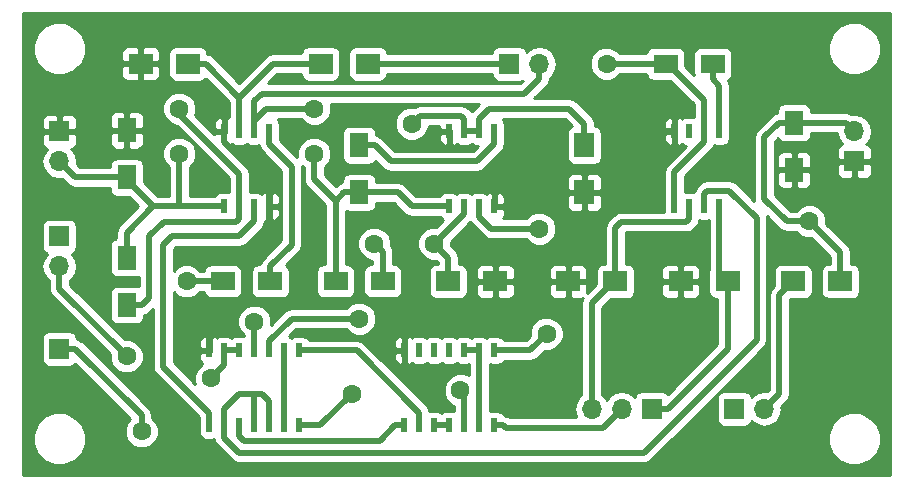
<source format=gtl>
G04 #@! TF.FileFunction,Copper,L1,Top,Signal*
%FSLAX46Y46*%
G04 Gerber Fmt 4.6, Leading zero omitted, Abs format (unit mm)*
G04 Created by KiCad (PCBNEW 4.0.5) date 2021 March 06, Saturday 14:32:17*
%MOMM*%
%LPD*%
G01*
G04 APERTURE LIST*
%ADD10C,0.100000*%
%ADD11R,2.000000X1.600000*%
%ADD12R,1.600000X2.000000*%
%ADD13R,1.700000X1.700000*%
%ADD14O,1.700000X1.700000*%
%ADD15R,2.000000X1.700000*%
%ADD16R,1.700000X2.000000*%
%ADD17R,0.508000X1.143000*%
%ADD18C,1.600000*%
%ADD19C,0.500000*%
%ADD20C,0.254000*%
G04 APERTURE END LIST*
D10*
D11*
X92805000Y-95885000D03*
X88805000Y-95885000D03*
D12*
X80645000Y-83090000D03*
X80645000Y-87090000D03*
X80645000Y-97885000D03*
X80645000Y-93885000D03*
X100330000Y-84360000D03*
X100330000Y-88360000D03*
D11*
X102330000Y-95885000D03*
X98330000Y-95885000D03*
X130270000Y-77470000D03*
X126270000Y-77470000D03*
D12*
X137160000Y-86455000D03*
X137160000Y-82455000D03*
D13*
X74930000Y-83185000D03*
D14*
X74930000Y-85725000D03*
D13*
X113030000Y-77470000D03*
D14*
X115570000Y-77470000D03*
D13*
X74930000Y-92075000D03*
D14*
X74930000Y-94615000D03*
D13*
X132080000Y-106680000D03*
D14*
X134620000Y-106680000D03*
D13*
X142240000Y-85725000D03*
D14*
X142240000Y-83185000D03*
D15*
X97060000Y-77470000D03*
X101060000Y-77470000D03*
X85820000Y-77470000D03*
X81820000Y-77470000D03*
D16*
X119380000Y-88360000D03*
X119380000Y-84360000D03*
D15*
X122015000Y-95885000D03*
X118015000Y-95885000D03*
X127540000Y-95885000D03*
X131540000Y-95885000D03*
X137065000Y-95885000D03*
X141065000Y-95885000D03*
D17*
X88900000Y-83185000D03*
X90170000Y-83185000D03*
X91440000Y-83185000D03*
X92710000Y-83185000D03*
X92710000Y-89535000D03*
X91440000Y-89535000D03*
X90170000Y-89535000D03*
X88900000Y-89535000D03*
X107950000Y-83185000D03*
X109220000Y-83185000D03*
X110490000Y-83185000D03*
X111760000Y-83185000D03*
X111760000Y-89535000D03*
X110490000Y-89535000D03*
X109220000Y-89535000D03*
X107950000Y-89535000D03*
X127000000Y-83185000D03*
X128270000Y-83185000D03*
X129540000Y-83185000D03*
X130810000Y-83185000D03*
X130810000Y-89535000D03*
X129540000Y-89535000D03*
X128270000Y-89535000D03*
X127000000Y-89535000D03*
D13*
X125095000Y-106680000D03*
D14*
X122555000Y-106680000D03*
X120015000Y-106680000D03*
D13*
X74930000Y-101600000D03*
D17*
X87630000Y-108077000D03*
X88900000Y-108077000D03*
X90170000Y-108077000D03*
X91440000Y-108077000D03*
X92710000Y-108077000D03*
X93980000Y-108077000D03*
X95250000Y-108077000D03*
X95250000Y-101727000D03*
X93980000Y-101727000D03*
X91440000Y-101727000D03*
X90170000Y-101727000D03*
X88900000Y-101727000D03*
X87630000Y-101727000D03*
X92710000Y-101727000D03*
X104140000Y-108077000D03*
X105410000Y-108077000D03*
X106680000Y-108077000D03*
X107950000Y-108077000D03*
X109220000Y-108077000D03*
X110490000Y-108077000D03*
X111760000Y-108077000D03*
X111760000Y-101727000D03*
X110490000Y-101727000D03*
X107950000Y-101727000D03*
X106680000Y-101727000D03*
X105410000Y-101727000D03*
X104140000Y-101727000D03*
X109220000Y-101727000D03*
D15*
X107855000Y-95885000D03*
X111855000Y-95885000D03*
D18*
X121285000Y-77470000D03*
X138430000Y-90805000D03*
X96520000Y-85090000D03*
X99695000Y-105410000D03*
X85725000Y-95885000D03*
X85090000Y-85090000D03*
X85090000Y-81280000D03*
X96520000Y-81280000D03*
X101600000Y-92710000D03*
X104775000Y-82550000D03*
X106680000Y-92710000D03*
X80645000Y-102235000D03*
X87800000Y-104100000D03*
X81915000Y-108585000D03*
X116205000Y-100330000D03*
X100330000Y-99060000D03*
X115570000Y-91440000D03*
X123825000Y-81280000D03*
X127000000Y-92856511D03*
X108900000Y-105100000D03*
X91450000Y-99300000D03*
D19*
X94615000Y-86161500D02*
X94615000Y-92775000D01*
X94615000Y-92775000D02*
X92805000Y-94585000D01*
X92805000Y-94585000D02*
X92805000Y-95885000D01*
X92710000Y-83185000D02*
X92710000Y-84256500D01*
X92710000Y-84256500D02*
X94615000Y-86161500D01*
X92710000Y-83185000D02*
X92710000Y-83502500D01*
X111760000Y-108077000D02*
X112514000Y-108077000D01*
X112514000Y-108077000D02*
X112717001Y-108280001D01*
X112717001Y-108280001D02*
X120954999Y-108280001D01*
X120954999Y-108280001D02*
X122555000Y-106680000D01*
X126270000Y-77470000D02*
X121285000Y-77470000D01*
X134620000Y-88900000D02*
X136525000Y-90805000D01*
X136525000Y-90805000D02*
X138430000Y-90805000D01*
X134620000Y-83695000D02*
X134620000Y-88900000D01*
X137160000Y-82455000D02*
X135860000Y-82455000D01*
X135860000Y-82455000D02*
X134620000Y-83695000D01*
X141065000Y-95885000D02*
X141065000Y-93440000D01*
X141065000Y-93440000D02*
X138430000Y-90805000D01*
X137160000Y-82455000D02*
X141510000Y-82455000D01*
X141510000Y-82455000D02*
X142240000Y-83185000D01*
X129540000Y-83185000D02*
X129540000Y-80540000D01*
X129540000Y-80540000D02*
X126470000Y-77470000D01*
X126470000Y-77470000D02*
X126270000Y-77470000D01*
X127000000Y-89535000D02*
X127000000Y-86630502D01*
X127000000Y-86630502D02*
X129540000Y-84090502D01*
X129540000Y-84090502D02*
X129540000Y-83185000D01*
X98330000Y-89060000D02*
X96520000Y-87250000D01*
X96520000Y-87250000D02*
X96520000Y-85090000D01*
X100330000Y-88360000D02*
X99030000Y-88360000D01*
X99030000Y-88360000D02*
X98330000Y-89060000D01*
X98330000Y-89060000D02*
X98330000Y-95885000D01*
X95250000Y-108077000D02*
X97028000Y-108077000D01*
X97028000Y-108077000D02*
X99695000Y-105410000D01*
X103600000Y-88360000D02*
X104775000Y-89535000D01*
X104775000Y-89535000D02*
X107950000Y-89535000D01*
X100330000Y-88360000D02*
X103600000Y-88360000D01*
X88805000Y-95885000D02*
X85725000Y-95885000D01*
X85090000Y-89535000D02*
X85090000Y-85090000D01*
X88900000Y-89535000D02*
X85090000Y-89535000D01*
X85090000Y-89535000D02*
X82890000Y-89535000D01*
X80645000Y-93885000D02*
X80645000Y-91780000D01*
X80645000Y-91780000D02*
X82890000Y-89535000D01*
X88805000Y-89630000D02*
X88900000Y-89535000D01*
X82890000Y-89535000D02*
X80645000Y-87290000D01*
X80645000Y-87290000D02*
X80645000Y-87090000D01*
X74930000Y-85725000D02*
X76295000Y-87090000D01*
X76295000Y-87090000D02*
X80645000Y-87090000D01*
X90170000Y-89535000D02*
X90170000Y-86774731D01*
X90170000Y-86774731D02*
X85090000Y-81694731D01*
X85090000Y-81694731D02*
X85090000Y-81280000D01*
X91440000Y-83185000D02*
X91440000Y-82279498D01*
X91440000Y-82279498D02*
X92439498Y-81280000D01*
X92439498Y-81280000D02*
X96520000Y-81280000D01*
X90170000Y-89535000D02*
X90170000Y-90606500D01*
X90170000Y-90606500D02*
X89919999Y-90856501D01*
X89919999Y-90856501D02*
X83768499Y-90856501D01*
X83768499Y-90856501D02*
X82550000Y-92075000D01*
X82550000Y-92075000D02*
X82550000Y-97280000D01*
X82550000Y-97280000D02*
X81945000Y-97885000D01*
X81945000Y-97885000D02*
X80645000Y-97885000D01*
X91440000Y-80645000D02*
X91440000Y-83185000D01*
X92075000Y-80010000D02*
X91440000Y-80645000D01*
X114300000Y-80010000D02*
X92075000Y-80010000D01*
X115570000Y-78740000D02*
X114300000Y-80010000D01*
X115570000Y-77470000D02*
X115570000Y-78740000D01*
X110291500Y-85725000D02*
X102995000Y-85725000D01*
X102995000Y-85725000D02*
X101630000Y-84360000D01*
X101630000Y-84360000D02*
X100330000Y-84360000D01*
X111760000Y-83185000D02*
X111760000Y-84256500D01*
X111760000Y-84256500D02*
X110291500Y-85725000D01*
X102330000Y-95885000D02*
X102330000Y-93440000D01*
X102330000Y-93440000D02*
X101600000Y-92710000D01*
X109220000Y-83185000D02*
X109220000Y-82113500D01*
X109220000Y-82113500D02*
X108969999Y-81863499D01*
X108969999Y-81863499D02*
X105461501Y-81863499D01*
X105461501Y-81863499D02*
X104775000Y-82550000D01*
X110490000Y-83185000D02*
X110490000Y-82113500D01*
X110490000Y-82113500D02*
X111323500Y-81280000D01*
X111323500Y-81280000D02*
X118110000Y-81280000D01*
X118110000Y-81280000D02*
X119380000Y-82550000D01*
X119380000Y-82550000D02*
X119380000Y-84360000D01*
X110490000Y-83185000D02*
X109220000Y-83185000D01*
X130270000Y-77470000D02*
X130270000Y-78770000D01*
X130270000Y-78770000D02*
X130810000Y-79310000D01*
X130810000Y-79310000D02*
X130810000Y-83185000D01*
X101060000Y-77470000D02*
X113030000Y-77470000D01*
X107855000Y-95885000D02*
X107855000Y-93885000D01*
X107855000Y-93885000D02*
X106680000Y-92710000D01*
X109220000Y-89535000D02*
X109220000Y-90170000D01*
X109220000Y-90170000D02*
X106680000Y-92710000D01*
X74930000Y-94615000D02*
X74930000Y-96520000D01*
X74930000Y-96520000D02*
X80645000Y-102235000D01*
X131540000Y-95885000D02*
X131540000Y-101585000D01*
X131540000Y-101585000D02*
X126445000Y-106680000D01*
X126445000Y-106680000D02*
X125095000Y-106680000D01*
X130810000Y-89535000D02*
X130810000Y-95155000D01*
X130810000Y-95155000D02*
X131540000Y-95885000D01*
X122503499Y-90856501D02*
X122015000Y-91345000D01*
X122015000Y-91345000D02*
X122015000Y-95885000D01*
X128270000Y-89535000D02*
X128270000Y-90606500D01*
X128270000Y-90606500D02*
X128019999Y-90856501D01*
X128019999Y-90856501D02*
X122503499Y-90856501D01*
X120015000Y-106680000D02*
X120015000Y-97735000D01*
X120015000Y-97735000D02*
X121865000Y-95885000D01*
X121865000Y-95885000D02*
X122015000Y-95885000D01*
X88900000Y-101727000D02*
X88900000Y-103000000D01*
X88900000Y-103000000D02*
X87800000Y-104100000D01*
X81915000Y-107235000D02*
X81915000Y-108585000D01*
X76280000Y-101600000D02*
X81915000Y-107235000D01*
X74930000Y-101600000D02*
X76280000Y-101600000D01*
X90170000Y-101727000D02*
X88900000Y-101727000D01*
X111760000Y-101727000D02*
X114808000Y-101727000D01*
X114808000Y-101727000D02*
X116205000Y-100330000D01*
X137065000Y-95885000D02*
X135890000Y-97060000D01*
X135890000Y-97060000D02*
X135890000Y-105410000D01*
X135890000Y-105410000D02*
X134620000Y-106680000D01*
X97060000Y-77470000D02*
X93020000Y-77470000D01*
X93020000Y-77470000D02*
X90170000Y-80320000D01*
X85820000Y-77470000D02*
X87320000Y-77470000D01*
X87320000Y-77470000D02*
X90170000Y-80320000D01*
X90170000Y-80320000D02*
X90170000Y-83185000D01*
X91440000Y-90805000D02*
X91440000Y-89535000D01*
X90170000Y-92075000D02*
X91440000Y-90805000D01*
X84455000Y-92075000D02*
X90170000Y-92075000D01*
X83724998Y-92805002D02*
X84455000Y-92075000D01*
X83724998Y-103100498D02*
X83724998Y-92805002D01*
X87630000Y-107005500D02*
X83724998Y-103100498D01*
X87630000Y-108077000D02*
X87630000Y-107005500D01*
X100330000Y-99060000D02*
X94615000Y-99060000D01*
X110490000Y-89535000D02*
X110490000Y-90440502D01*
X110490000Y-90440502D02*
X111489498Y-91440000D01*
X111489498Y-91440000D02*
X115570000Y-91440000D01*
X94615000Y-99060000D02*
X92710000Y-100965000D01*
X92710000Y-100965000D02*
X92710000Y-101727000D01*
X133985000Y-100840002D02*
X133985000Y-90534498D01*
X88900000Y-109148500D02*
X90150012Y-110398512D01*
X88900000Y-108077000D02*
X88900000Y-109148500D01*
X90150012Y-110398512D02*
X124426490Y-110398512D01*
X124426490Y-110398512D02*
X133985000Y-100840002D01*
X129540000Y-89535000D02*
X129540000Y-88463500D01*
X129540000Y-88463500D02*
X129790001Y-88213499D01*
X131664001Y-88213499D02*
X133985000Y-90534498D01*
X129790001Y-88213499D02*
X131664001Y-88213499D01*
X90170000Y-105410000D02*
X91440000Y-105410000D01*
X91440000Y-105410000D02*
X92075000Y-105410000D01*
X91440000Y-108077000D02*
X91440000Y-105410000D01*
X92710000Y-106045000D02*
X92710000Y-108077000D01*
X92075000Y-105410000D02*
X92710000Y-106045000D01*
X88900000Y-106680000D02*
X90170000Y-105410000D01*
X88900000Y-108077000D02*
X88900000Y-106680000D01*
X92710000Y-87900503D02*
X92710000Y-89535000D01*
X88900000Y-84090503D02*
X92710000Y-87900503D01*
X88900000Y-83185000D02*
X88900000Y-84090503D01*
X127000000Y-83185000D02*
X125730000Y-83185000D01*
X125730000Y-83185000D02*
X123825000Y-81280000D01*
X127540000Y-93396511D02*
X127000000Y-92856511D01*
X127540000Y-95885000D02*
X127540000Y-93396511D01*
X90555001Y-97404999D02*
X87630000Y-100330000D01*
X87630000Y-100330000D02*
X87630000Y-101727000D01*
X92710000Y-89535000D02*
X92710000Y-92829998D01*
X92710000Y-92829998D02*
X90555001Y-94984997D01*
X90555001Y-94984997D02*
X90555001Y-97404999D01*
X103386000Y-108077000D02*
X104140000Y-108077000D01*
X102064499Y-109398501D02*
X103386000Y-108077000D01*
X90564229Y-109398501D02*
X102064499Y-109398501D01*
X90170000Y-109004272D02*
X90564229Y-109398501D01*
X90170000Y-108077000D02*
X90170000Y-109004272D01*
X93980000Y-101727000D02*
X93980000Y-108077000D01*
X100131500Y-101727000D02*
X95250000Y-101727000D01*
X105410000Y-107005500D02*
X100131500Y-101727000D01*
X105410000Y-108077000D02*
X105410000Y-107005500D01*
X108900000Y-105100000D02*
X109220000Y-105420000D01*
X109220000Y-105420000D02*
X109220000Y-108077000D01*
X91440000Y-101727000D02*
X91440000Y-99310000D01*
X91440000Y-99310000D02*
X91450000Y-99300000D01*
X106680000Y-108077000D02*
X107950000Y-108077000D01*
X110490000Y-108077000D02*
X110490000Y-101727000D01*
X109220000Y-101727000D02*
X110490000Y-101727000D01*
D20*
G36*
X145288000Y-112268000D02*
X71882000Y-112268000D01*
X71882000Y-109662619D01*
X72694613Y-109662619D01*
X73034155Y-110484372D01*
X73662321Y-111113636D01*
X74483481Y-111454611D01*
X75372619Y-111455387D01*
X76194372Y-111115845D01*
X76823636Y-110487679D01*
X77164611Y-109666519D01*
X77165387Y-108777381D01*
X76825845Y-107955628D01*
X76197679Y-107326364D01*
X75376519Y-106985389D01*
X74487381Y-106984613D01*
X73665628Y-107324155D01*
X73036364Y-107952321D01*
X72695389Y-108773481D01*
X72694613Y-109662619D01*
X71882000Y-109662619D01*
X71882000Y-100750000D01*
X73432560Y-100750000D01*
X73432560Y-102450000D01*
X73476838Y-102685317D01*
X73615910Y-102901441D01*
X73828110Y-103046431D01*
X74080000Y-103097440D01*
X75780000Y-103097440D01*
X76015317Y-103053162D01*
X76231441Y-102914090D01*
X76276526Y-102848106D01*
X80949555Y-107521134D01*
X80699176Y-107771077D01*
X80480250Y-108298309D01*
X80479752Y-108869187D01*
X80697757Y-109396800D01*
X81101077Y-109800824D01*
X81628309Y-110019750D01*
X82199187Y-110020248D01*
X82726800Y-109802243D01*
X83130824Y-109398923D01*
X83349750Y-108871691D01*
X83350248Y-108300813D01*
X83132243Y-107773200D01*
X82800000Y-107440377D01*
X82800000Y-107235000D01*
X82732633Y-106896325D01*
X82540790Y-106609210D01*
X82540787Y-106609208D01*
X76905790Y-100974210D01*
X76800129Y-100903610D01*
X76618675Y-100782367D01*
X76562484Y-100771190D01*
X76426331Y-100744107D01*
X76383162Y-100514683D01*
X76244090Y-100298559D01*
X76031890Y-100153569D01*
X75780000Y-100102560D01*
X74080000Y-100102560D01*
X73844683Y-100146838D01*
X73628559Y-100285910D01*
X73483569Y-100498110D01*
X73432560Y-100750000D01*
X71882000Y-100750000D01*
X71882000Y-94615000D01*
X73415907Y-94615000D01*
X73528946Y-95183285D01*
X73850853Y-95665054D01*
X74045000Y-95794779D01*
X74045000Y-96519995D01*
X74044999Y-96520000D01*
X74101190Y-96802484D01*
X74112367Y-96858675D01*
X74198037Y-96986890D01*
X74304210Y-97145790D01*
X79210160Y-102051739D01*
X79209752Y-102519187D01*
X79427757Y-103046800D01*
X79831077Y-103450824D01*
X80358309Y-103669750D01*
X80929187Y-103670248D01*
X81456800Y-103452243D01*
X81860824Y-103048923D01*
X82079750Y-102521691D01*
X82080248Y-101950813D01*
X81862243Y-101423200D01*
X81458923Y-101019176D01*
X80931691Y-100800250D01*
X80461419Y-100799840D01*
X75815000Y-96153420D01*
X75815000Y-95794779D01*
X76009147Y-95665054D01*
X76331054Y-95183285D01*
X76444093Y-94615000D01*
X76331054Y-94046715D01*
X76009147Y-93564946D01*
X75967548Y-93537150D01*
X76015317Y-93528162D01*
X76231441Y-93389090D01*
X76376431Y-93176890D01*
X76427440Y-92925000D01*
X76427440Y-91225000D01*
X76383162Y-90989683D01*
X76244090Y-90773559D01*
X76031890Y-90628569D01*
X75780000Y-90577560D01*
X74080000Y-90577560D01*
X73844683Y-90621838D01*
X73628559Y-90760910D01*
X73483569Y-90973110D01*
X73432560Y-91225000D01*
X73432560Y-92925000D01*
X73476838Y-93160317D01*
X73615910Y-93376441D01*
X73828110Y-93521431D01*
X73895541Y-93535086D01*
X73850853Y-93564946D01*
X73528946Y-94046715D01*
X73415907Y-94615000D01*
X71882000Y-94615000D01*
X71882000Y-85725000D01*
X73415907Y-85725000D01*
X73528946Y-86293285D01*
X73850853Y-86775054D01*
X74332622Y-87096961D01*
X74900907Y-87210000D01*
X74959093Y-87210000D01*
X75129520Y-87176100D01*
X75669208Y-87715787D01*
X75669210Y-87715790D01*
X75817237Y-87814698D01*
X75956326Y-87907634D01*
X76295000Y-87975001D01*
X76295005Y-87975000D01*
X79197560Y-87975000D01*
X79197560Y-88090000D01*
X79241838Y-88325317D01*
X79380910Y-88541441D01*
X79593110Y-88686431D01*
X79845000Y-88737440D01*
X80840860Y-88737440D01*
X81638421Y-89535000D01*
X80019210Y-91154210D01*
X79827367Y-91441325D01*
X79816854Y-91494176D01*
X79759999Y-91780000D01*
X79760000Y-91780005D01*
X79760000Y-92253554D01*
X79609683Y-92281838D01*
X79393559Y-92420910D01*
X79248569Y-92633110D01*
X79197560Y-92885000D01*
X79197560Y-94885000D01*
X79241838Y-95120317D01*
X79380910Y-95336441D01*
X79593110Y-95481431D01*
X79845000Y-95532440D01*
X81445000Y-95532440D01*
X81665000Y-95491044D01*
X81665000Y-96282111D01*
X81445000Y-96237560D01*
X79845000Y-96237560D01*
X79609683Y-96281838D01*
X79393559Y-96420910D01*
X79248569Y-96633110D01*
X79197560Y-96885000D01*
X79197560Y-98885000D01*
X79241838Y-99120317D01*
X79380910Y-99336441D01*
X79593110Y-99481431D01*
X79845000Y-99532440D01*
X81445000Y-99532440D01*
X81680317Y-99488162D01*
X81896441Y-99349090D01*
X82041431Y-99136890D01*
X82092440Y-98885000D01*
X82092440Y-98740673D01*
X82227484Y-98713810D01*
X82283675Y-98702633D01*
X82570790Y-98510790D01*
X82839998Y-98241582D01*
X82839998Y-103100493D01*
X82839997Y-103100498D01*
X82896188Y-103382982D01*
X82907365Y-103439173D01*
X83099208Y-103726288D01*
X86745000Y-107372079D01*
X86745000Y-107424317D01*
X86728560Y-107505500D01*
X86728560Y-108648500D01*
X86772838Y-108883817D01*
X86911910Y-109099941D01*
X87124110Y-109244931D01*
X87376000Y-109295940D01*
X87884000Y-109295940D01*
X88038543Y-109266861D01*
X88064812Y-109398923D01*
X88082367Y-109487175D01*
X88202200Y-109666519D01*
X88274210Y-109774290D01*
X89524220Y-111024299D01*
X89524222Y-111024302D01*
X89811337Y-111216145D01*
X89867528Y-111227322D01*
X90150012Y-111283513D01*
X90150017Y-111283512D01*
X124426485Y-111283512D01*
X124426490Y-111283513D01*
X124708974Y-111227322D01*
X124765165Y-111216145D01*
X125052280Y-111024302D01*
X126413962Y-109662619D01*
X140004613Y-109662619D01*
X140344155Y-110484372D01*
X140972321Y-111113636D01*
X141793481Y-111454611D01*
X142682619Y-111455387D01*
X143504372Y-111115845D01*
X144133636Y-110487679D01*
X144474611Y-109666519D01*
X144475387Y-108777381D01*
X144135845Y-107955628D01*
X143507679Y-107326364D01*
X142686519Y-106985389D01*
X141797381Y-106984613D01*
X140975628Y-107324155D01*
X140346364Y-107952321D01*
X140005389Y-108773481D01*
X140004613Y-109662619D01*
X126413962Y-109662619D01*
X130246581Y-105830000D01*
X130582560Y-105830000D01*
X130582560Y-107530000D01*
X130626838Y-107765317D01*
X130765910Y-107981441D01*
X130978110Y-108126431D01*
X131230000Y-108177440D01*
X132930000Y-108177440D01*
X133165317Y-108133162D01*
X133381441Y-107994090D01*
X133526431Y-107781890D01*
X133540086Y-107714459D01*
X133569946Y-107759147D01*
X134051715Y-108081054D01*
X134620000Y-108194093D01*
X135188285Y-108081054D01*
X135670054Y-107759147D01*
X135991961Y-107277378D01*
X136105000Y-106709093D01*
X136105000Y-106650907D01*
X136071100Y-106480480D01*
X136515787Y-106035792D01*
X136515790Y-106035790D01*
X136707633Y-105748675D01*
X136717973Y-105696691D01*
X136775001Y-105410000D01*
X136775000Y-105409995D01*
X136775000Y-97426580D01*
X136819140Y-97382440D01*
X138065000Y-97382440D01*
X138300317Y-97338162D01*
X138516441Y-97199090D01*
X138661431Y-96986890D01*
X138712440Y-96735000D01*
X138712440Y-95035000D01*
X138668162Y-94799683D01*
X138529090Y-94583559D01*
X138316890Y-94438569D01*
X138065000Y-94387560D01*
X136065000Y-94387560D01*
X135829683Y-94431838D01*
X135613559Y-94570910D01*
X135468569Y-94783110D01*
X135417560Y-95035000D01*
X135417560Y-96280860D01*
X135264210Y-96434210D01*
X135072367Y-96721325D01*
X135072367Y-96721326D01*
X135004999Y-97060000D01*
X135005000Y-97060005D01*
X135005000Y-105043421D01*
X134838960Y-105209461D01*
X134620000Y-105165907D01*
X134051715Y-105278946D01*
X133569946Y-105600853D01*
X133542150Y-105642452D01*
X133533162Y-105594683D01*
X133394090Y-105378559D01*
X133181890Y-105233569D01*
X132930000Y-105182560D01*
X131230000Y-105182560D01*
X130994683Y-105226838D01*
X130778559Y-105365910D01*
X130633569Y-105578110D01*
X130582560Y-105830000D01*
X130246581Y-105830000D01*
X134610787Y-101465794D01*
X134610790Y-101465792D01*
X134802633Y-101178677D01*
X134870000Y-100840002D01*
X134870000Y-90534503D01*
X134870001Y-90534498D01*
X134836996Y-90368576D01*
X135899208Y-91430787D01*
X135899210Y-91430790D01*
X136186325Y-91622633D01*
X136242516Y-91633810D01*
X136525000Y-91690001D01*
X136525005Y-91690000D01*
X137285829Y-91690000D01*
X137616077Y-92020824D01*
X138143309Y-92239750D01*
X138613581Y-92240160D01*
X140180000Y-93806579D01*
X140180000Y-94387560D01*
X140065000Y-94387560D01*
X139829683Y-94431838D01*
X139613559Y-94570910D01*
X139468569Y-94783110D01*
X139417560Y-95035000D01*
X139417560Y-96735000D01*
X139461838Y-96970317D01*
X139600910Y-97186441D01*
X139813110Y-97331431D01*
X140065000Y-97382440D01*
X142065000Y-97382440D01*
X142300317Y-97338162D01*
X142516441Y-97199090D01*
X142661431Y-96986890D01*
X142712440Y-96735000D01*
X142712440Y-95035000D01*
X142668162Y-94799683D01*
X142529090Y-94583559D01*
X142316890Y-94438569D01*
X142065000Y-94387560D01*
X141950000Y-94387560D01*
X141950000Y-93440005D01*
X141950001Y-93440000D01*
X141888337Y-93130000D01*
X141882633Y-93101325D01*
X141690790Y-92814210D01*
X141690787Y-92814208D01*
X139864840Y-90988261D01*
X139865248Y-90520813D01*
X139647243Y-89993200D01*
X139243923Y-89589176D01*
X138716691Y-89370250D01*
X138145813Y-89369752D01*
X137618200Y-89587757D01*
X137285377Y-89920000D01*
X136891579Y-89920000D01*
X135505000Y-88533420D01*
X135505000Y-86740750D01*
X135725000Y-86740750D01*
X135725000Y-87581309D01*
X135821673Y-87814698D01*
X136000301Y-87993327D01*
X136233690Y-88090000D01*
X136874250Y-88090000D01*
X137033000Y-87931250D01*
X137033000Y-86582000D01*
X137287000Y-86582000D01*
X137287000Y-87931250D01*
X137445750Y-88090000D01*
X138086310Y-88090000D01*
X138319699Y-87993327D01*
X138498327Y-87814698D01*
X138595000Y-87581309D01*
X138595000Y-86740750D01*
X138436250Y-86582000D01*
X137287000Y-86582000D01*
X137033000Y-86582000D01*
X135883750Y-86582000D01*
X135725000Y-86740750D01*
X135505000Y-86740750D01*
X135505000Y-85328691D01*
X135725000Y-85328691D01*
X135725000Y-86169250D01*
X135883750Y-86328000D01*
X137033000Y-86328000D01*
X137033000Y-84978750D01*
X137287000Y-84978750D01*
X137287000Y-86328000D01*
X138436250Y-86328000D01*
X138595000Y-86169250D01*
X138595000Y-86010750D01*
X140755000Y-86010750D01*
X140755000Y-86701310D01*
X140851673Y-86934699D01*
X141030302Y-87113327D01*
X141263691Y-87210000D01*
X141954250Y-87210000D01*
X142113000Y-87051250D01*
X142113000Y-85852000D01*
X142367000Y-85852000D01*
X142367000Y-87051250D01*
X142525750Y-87210000D01*
X143216309Y-87210000D01*
X143449698Y-87113327D01*
X143628327Y-86934699D01*
X143725000Y-86701310D01*
X143725000Y-86010750D01*
X143566250Y-85852000D01*
X142367000Y-85852000D01*
X142113000Y-85852000D01*
X140913750Y-85852000D01*
X140755000Y-86010750D01*
X138595000Y-86010750D01*
X138595000Y-85328691D01*
X138498327Y-85095302D01*
X138319699Y-84916673D01*
X138086310Y-84820000D01*
X137445750Y-84820000D01*
X137287000Y-84978750D01*
X137033000Y-84978750D01*
X136874250Y-84820000D01*
X136233690Y-84820000D01*
X136000301Y-84916673D01*
X135821673Y-85095302D01*
X135725000Y-85328691D01*
X135505000Y-85328691D01*
X135505000Y-84061580D01*
X135803597Y-83762983D01*
X135895910Y-83906441D01*
X136108110Y-84051431D01*
X136360000Y-84102440D01*
X137960000Y-84102440D01*
X138195317Y-84058162D01*
X138411441Y-83919090D01*
X138556431Y-83706890D01*
X138607440Y-83455000D01*
X138607440Y-83340000D01*
X140756738Y-83340000D01*
X140838946Y-83753285D01*
X141160853Y-84235054D01*
X141204777Y-84264403D01*
X141030302Y-84336673D01*
X140851673Y-84515301D01*
X140755000Y-84748690D01*
X140755000Y-85439250D01*
X140913750Y-85598000D01*
X142113000Y-85598000D01*
X142113000Y-85578000D01*
X142367000Y-85578000D01*
X142367000Y-85598000D01*
X143566250Y-85598000D01*
X143725000Y-85439250D01*
X143725000Y-84748690D01*
X143628327Y-84515301D01*
X143449698Y-84336673D01*
X143275223Y-84264403D01*
X143319147Y-84235054D01*
X143641054Y-83753285D01*
X143754093Y-83185000D01*
X143641054Y-82616715D01*
X143319147Y-82134946D01*
X142837378Y-81813039D01*
X142269093Y-81700000D01*
X142210907Y-81700000D01*
X142004006Y-81741155D01*
X141848675Y-81637367D01*
X141792484Y-81626190D01*
X141510000Y-81569999D01*
X141509995Y-81570000D01*
X138607440Y-81570000D01*
X138607440Y-81455000D01*
X138563162Y-81219683D01*
X138424090Y-81003559D01*
X138211890Y-80858569D01*
X137960000Y-80807560D01*
X136360000Y-80807560D01*
X136124683Y-80851838D01*
X135908559Y-80990910D01*
X135763569Y-81203110D01*
X135712560Y-81455000D01*
X135712560Y-81599327D01*
X135577516Y-81626190D01*
X135521325Y-81637367D01*
X135234210Y-81829210D01*
X135234208Y-81829213D01*
X133994210Y-83069210D01*
X133802367Y-83356325D01*
X133802367Y-83356326D01*
X133734999Y-83695000D01*
X133735000Y-83695005D01*
X133735000Y-88899995D01*
X133734999Y-88900000D01*
X133766826Y-89060000D01*
X133768004Y-89065923D01*
X132289791Y-87587709D01*
X132276009Y-87578500D01*
X132002676Y-87395866D01*
X131946485Y-87384689D01*
X131664001Y-87328498D01*
X131663996Y-87328499D01*
X129790006Y-87328499D01*
X129790001Y-87328498D01*
X129507517Y-87384689D01*
X129451326Y-87395866D01*
X129164211Y-87587709D01*
X129164209Y-87587712D01*
X128914210Y-87837710D01*
X128722367Y-88124825D01*
X128722367Y-88124826D01*
X128678119Y-88347270D01*
X128524000Y-88316060D01*
X128016000Y-88316060D01*
X127885000Y-88340709D01*
X127885000Y-86997082D01*
X130165787Y-84716294D01*
X130165790Y-84716292D01*
X130357633Y-84429177D01*
X130370140Y-84366302D01*
X130556000Y-84403940D01*
X131064000Y-84403940D01*
X131299317Y-84359662D01*
X131515441Y-84220590D01*
X131660431Y-84008390D01*
X131711440Y-83756500D01*
X131711440Y-82613500D01*
X131695000Y-82526129D01*
X131695000Y-79310000D01*
X131627633Y-78971325D01*
X131544987Y-78847635D01*
X131721441Y-78734090D01*
X131866431Y-78521890D01*
X131917440Y-78270000D01*
X131917440Y-76670000D01*
X131912288Y-76642619D01*
X140004613Y-76642619D01*
X140344155Y-77464372D01*
X140972321Y-78093636D01*
X141793481Y-78434611D01*
X142682619Y-78435387D01*
X143504372Y-78095845D01*
X144133636Y-77467679D01*
X144474611Y-76646519D01*
X144475387Y-75757381D01*
X144135845Y-74935628D01*
X143507679Y-74306364D01*
X142686519Y-73965389D01*
X141797381Y-73964613D01*
X140975628Y-74304155D01*
X140346364Y-74932321D01*
X140005389Y-75753481D01*
X140004613Y-76642619D01*
X131912288Y-76642619D01*
X131873162Y-76434683D01*
X131734090Y-76218559D01*
X131521890Y-76073569D01*
X131270000Y-76022560D01*
X129270000Y-76022560D01*
X129034683Y-76066838D01*
X128818559Y-76205910D01*
X128673569Y-76418110D01*
X128622560Y-76670000D01*
X128622560Y-78270000D01*
X128645965Y-78394385D01*
X127917440Y-77665860D01*
X127917440Y-76670000D01*
X127873162Y-76434683D01*
X127734090Y-76218559D01*
X127521890Y-76073569D01*
X127270000Y-76022560D01*
X125270000Y-76022560D01*
X125034683Y-76066838D01*
X124818559Y-76205910D01*
X124673569Y-76418110D01*
X124639773Y-76585000D01*
X122429171Y-76585000D01*
X122098923Y-76254176D01*
X121571691Y-76035250D01*
X121000813Y-76034752D01*
X120473200Y-76252757D01*
X120069176Y-76656077D01*
X119850250Y-77183309D01*
X119849752Y-77754187D01*
X120067757Y-78281800D01*
X120471077Y-78685824D01*
X120998309Y-78904750D01*
X121569187Y-78905248D01*
X122096800Y-78687243D01*
X122429623Y-78355000D01*
X124638554Y-78355000D01*
X124666838Y-78505317D01*
X124805910Y-78721441D01*
X125018110Y-78866431D01*
X125270000Y-78917440D01*
X126665860Y-78917440D01*
X128655000Y-80906579D01*
X128655000Y-81992588D01*
X128524000Y-81966060D01*
X128016000Y-81966060D01*
X127780683Y-82010338D01*
X127639629Y-82101104D01*
X127613698Y-82075173D01*
X127380309Y-81978500D01*
X127285750Y-81978500D01*
X127127000Y-82137250D01*
X127127000Y-83058000D01*
X127147000Y-83058000D01*
X127147000Y-83312000D01*
X127127000Y-83312000D01*
X127127000Y-84232750D01*
X127285750Y-84391500D01*
X127380309Y-84391500D01*
X127613698Y-84294827D01*
X127640235Y-84268291D01*
X127764110Y-84352931D01*
X127981890Y-84397033D01*
X126374210Y-86004712D01*
X126182367Y-86291827D01*
X126182367Y-86291828D01*
X126114999Y-86630502D01*
X126115000Y-86630507D01*
X126115000Y-88882317D01*
X126098560Y-88963500D01*
X126098560Y-89971501D01*
X122503504Y-89971501D01*
X122503499Y-89971500D01*
X122221015Y-90027691D01*
X122164824Y-90038868D01*
X121877709Y-90230711D01*
X121877707Y-90230714D01*
X121389210Y-90719210D01*
X121197367Y-91006325D01*
X121197367Y-91006326D01*
X121129999Y-91345000D01*
X121130000Y-91345005D01*
X121130000Y-94387560D01*
X121015000Y-94387560D01*
X120779683Y-94431838D01*
X120563559Y-94570910D01*
X120418569Y-94783110D01*
X120367560Y-95035000D01*
X120367560Y-96130861D01*
X119650000Y-96848420D01*
X119650000Y-96170750D01*
X119491250Y-96012000D01*
X118142000Y-96012000D01*
X118142000Y-97211250D01*
X118300750Y-97370000D01*
X119141309Y-97370000D01*
X119243140Y-97327820D01*
X119197367Y-97396325D01*
X119186190Y-97452516D01*
X119129999Y-97735000D01*
X119130000Y-97735005D01*
X119130000Y-105490568D01*
X118964946Y-105600853D01*
X118643039Y-106082622D01*
X118530000Y-106650907D01*
X118530000Y-106709093D01*
X118643039Y-107277378D01*
X118721632Y-107395001D01*
X113055667Y-107395001D01*
X112852675Y-107259367D01*
X112796484Y-107248190D01*
X112574610Y-107204055D01*
X112478090Y-107054059D01*
X112265890Y-106909069D01*
X112014000Y-106858060D01*
X111506000Y-106858060D01*
X111375000Y-106882709D01*
X111375000Y-102919412D01*
X111506000Y-102945940D01*
X112014000Y-102945940D01*
X112249317Y-102901662D01*
X112465441Y-102762590D01*
X112568335Y-102612000D01*
X114807995Y-102612000D01*
X114808000Y-102612001D01*
X115090484Y-102555810D01*
X115146675Y-102544633D01*
X115433790Y-102352790D01*
X116021739Y-101764840D01*
X116489187Y-101765248D01*
X117016800Y-101547243D01*
X117420824Y-101143923D01*
X117639750Y-100616691D01*
X117640248Y-100045813D01*
X117422243Y-99518200D01*
X117018923Y-99114176D01*
X116491691Y-98895250D01*
X115920813Y-98894752D01*
X115393200Y-99112757D01*
X114989176Y-99516077D01*
X114770250Y-100043309D01*
X114769840Y-100513581D01*
X114441420Y-100842000D01*
X112566853Y-100842000D01*
X112478090Y-100704059D01*
X112265890Y-100559069D01*
X112014000Y-100508060D01*
X111506000Y-100508060D01*
X111270683Y-100552338D01*
X111124093Y-100646666D01*
X110995890Y-100559069D01*
X110744000Y-100508060D01*
X110236000Y-100508060D01*
X110000683Y-100552338D01*
X109854093Y-100646666D01*
X109725890Y-100559069D01*
X109474000Y-100508060D01*
X108966000Y-100508060D01*
X108730683Y-100552338D01*
X108584093Y-100646666D01*
X108455890Y-100559069D01*
X108204000Y-100508060D01*
X107696000Y-100508060D01*
X107460683Y-100552338D01*
X107314093Y-100646666D01*
X107185890Y-100559069D01*
X106934000Y-100508060D01*
X106426000Y-100508060D01*
X106190683Y-100552338D01*
X106044093Y-100646666D01*
X105915890Y-100559069D01*
X105664000Y-100508060D01*
X105156000Y-100508060D01*
X104920683Y-100552338D01*
X104779629Y-100643104D01*
X104753698Y-100617173D01*
X104520309Y-100520500D01*
X104425750Y-100520500D01*
X104267000Y-100679250D01*
X104267000Y-101600000D01*
X104287000Y-101600000D01*
X104287000Y-101854000D01*
X104267000Y-101854000D01*
X104267000Y-102774750D01*
X104425750Y-102933500D01*
X104520309Y-102933500D01*
X104753698Y-102836827D01*
X104780235Y-102810291D01*
X104904110Y-102894931D01*
X105156000Y-102945940D01*
X105664000Y-102945940D01*
X105899317Y-102901662D01*
X106045907Y-102807334D01*
X106174110Y-102894931D01*
X106426000Y-102945940D01*
X106934000Y-102945940D01*
X107169317Y-102901662D01*
X107315907Y-102807334D01*
X107444110Y-102894931D01*
X107696000Y-102945940D01*
X108204000Y-102945940D01*
X108439317Y-102901662D01*
X108585907Y-102807334D01*
X108714110Y-102894931D01*
X108966000Y-102945940D01*
X109474000Y-102945940D01*
X109605000Y-102921291D01*
X109605000Y-103838947D01*
X109186691Y-103665250D01*
X108615813Y-103664752D01*
X108088200Y-103882757D01*
X107684176Y-104286077D01*
X107465250Y-104813309D01*
X107464752Y-105384187D01*
X107682757Y-105911800D01*
X108086077Y-106315824D01*
X108335000Y-106419186D01*
X108335000Y-106884588D01*
X108204000Y-106858060D01*
X107696000Y-106858060D01*
X107460683Y-106902338D01*
X107314093Y-106996666D01*
X107185890Y-106909069D01*
X106934000Y-106858060D01*
X106426000Y-106858060D01*
X106271457Y-106887139D01*
X106227633Y-106666825D01*
X106189136Y-106609210D01*
X106035790Y-106379710D01*
X106035787Y-106379708D01*
X101668830Y-102012750D01*
X103251000Y-102012750D01*
X103251000Y-102424810D01*
X103347673Y-102658199D01*
X103526302Y-102836827D01*
X103759691Y-102933500D01*
X103854250Y-102933500D01*
X104013000Y-102774750D01*
X104013000Y-101854000D01*
X103409750Y-101854000D01*
X103251000Y-102012750D01*
X101668830Y-102012750D01*
X100757290Y-101101210D01*
X100649504Y-101029190D01*
X103251000Y-101029190D01*
X103251000Y-101441250D01*
X103409750Y-101600000D01*
X104013000Y-101600000D01*
X104013000Y-100679250D01*
X103854250Y-100520500D01*
X103759691Y-100520500D01*
X103526302Y-100617173D01*
X103347673Y-100795801D01*
X103251000Y-101029190D01*
X100649504Y-101029190D01*
X100470175Y-100909367D01*
X100413984Y-100898190D01*
X100131500Y-100841999D01*
X100131495Y-100842000D01*
X96056853Y-100842000D01*
X95968090Y-100704059D01*
X95755890Y-100559069D01*
X95504000Y-100508060D01*
X94996000Y-100508060D01*
X94760683Y-100552338D01*
X94614093Y-100646666D01*
X94485890Y-100559069D01*
X94387446Y-100539134D01*
X94981579Y-99945000D01*
X99185829Y-99945000D01*
X99516077Y-100275824D01*
X100043309Y-100494750D01*
X100614187Y-100495248D01*
X101141800Y-100277243D01*
X101545824Y-99873923D01*
X101764750Y-99346691D01*
X101765248Y-98775813D01*
X101547243Y-98248200D01*
X101143923Y-97844176D01*
X100616691Y-97625250D01*
X100045813Y-97624752D01*
X99518200Y-97842757D01*
X99185377Y-98175000D01*
X94615005Y-98175000D01*
X94615000Y-98174999D01*
X94332516Y-98231190D01*
X94276325Y-98242367D01*
X93989210Y-98434210D01*
X93989208Y-98434213D01*
X92884792Y-99538628D01*
X92885248Y-99015813D01*
X92667243Y-98488200D01*
X92263923Y-98084176D01*
X91736691Y-97865250D01*
X91165813Y-97864752D01*
X90638200Y-98082757D01*
X90234176Y-98486077D01*
X90015250Y-99013309D01*
X90014752Y-99584187D01*
X90232757Y-100111800D01*
X90555000Y-100434605D01*
X90555000Y-100534588D01*
X90424000Y-100508060D01*
X89916000Y-100508060D01*
X89680683Y-100552338D01*
X89534093Y-100646666D01*
X89405890Y-100559069D01*
X89154000Y-100508060D01*
X88646000Y-100508060D01*
X88410683Y-100552338D01*
X88269629Y-100643104D01*
X88243698Y-100617173D01*
X88010309Y-100520500D01*
X87915750Y-100520500D01*
X87757000Y-100679250D01*
X87757000Y-101600000D01*
X87777000Y-101600000D01*
X87777000Y-101854000D01*
X87757000Y-101854000D01*
X87757000Y-101874000D01*
X87503000Y-101874000D01*
X87503000Y-101854000D01*
X86899750Y-101854000D01*
X86741000Y-102012750D01*
X86741000Y-102424810D01*
X86837673Y-102658199D01*
X87016302Y-102836827D01*
X87057779Y-102854007D01*
X86988200Y-102882757D01*
X86584176Y-103286077D01*
X86365250Y-103813309D01*
X86364752Y-104384187D01*
X86438324Y-104562244D01*
X84609998Y-102733918D01*
X84609998Y-101029190D01*
X86741000Y-101029190D01*
X86741000Y-101441250D01*
X86899750Y-101600000D01*
X87503000Y-101600000D01*
X87503000Y-100679250D01*
X87344250Y-100520500D01*
X87249691Y-100520500D01*
X87016302Y-100617173D01*
X86837673Y-100795801D01*
X86741000Y-101029190D01*
X84609998Y-101029190D01*
X84609998Y-96799219D01*
X84911077Y-97100824D01*
X85438309Y-97319750D01*
X86009187Y-97320248D01*
X86536800Y-97102243D01*
X86869623Y-96770000D01*
X87173554Y-96770000D01*
X87201838Y-96920317D01*
X87340910Y-97136441D01*
X87553110Y-97281431D01*
X87805000Y-97332440D01*
X89805000Y-97332440D01*
X90040317Y-97288162D01*
X90256441Y-97149090D01*
X90401431Y-96936890D01*
X90452440Y-96685000D01*
X90452440Y-95085000D01*
X90408162Y-94849683D01*
X90269090Y-94633559D01*
X90056890Y-94488569D01*
X89805000Y-94437560D01*
X87805000Y-94437560D01*
X87569683Y-94481838D01*
X87353559Y-94620910D01*
X87208569Y-94833110D01*
X87174773Y-95000000D01*
X86869171Y-95000000D01*
X86538923Y-94669176D01*
X86011691Y-94450250D01*
X85440813Y-94449752D01*
X84913200Y-94667757D01*
X84609998Y-94970431D01*
X84609998Y-93171582D01*
X84821579Y-92960000D01*
X90169995Y-92960000D01*
X90170000Y-92960001D01*
X90452484Y-92903810D01*
X90508675Y-92892633D01*
X90795790Y-92700790D01*
X90795791Y-92700789D01*
X92065787Y-91430792D01*
X92065790Y-91430790D01*
X92257633Y-91143675D01*
X92267973Y-91091691D01*
X92325001Y-90805000D01*
X92325000Y-90804995D01*
X92325000Y-90739557D01*
X92329691Y-90741500D01*
X92424250Y-90741500D01*
X92583000Y-90582750D01*
X92583000Y-89662000D01*
X92837000Y-89662000D01*
X92837000Y-90582750D01*
X92995750Y-90741500D01*
X93090309Y-90741500D01*
X93323698Y-90644827D01*
X93502327Y-90466199D01*
X93599000Y-90232810D01*
X93599000Y-89820750D01*
X93440250Y-89662000D01*
X92837000Y-89662000D01*
X92583000Y-89662000D01*
X92563000Y-89662000D01*
X92563000Y-89408000D01*
X92583000Y-89408000D01*
X92583000Y-88487250D01*
X92837000Y-88487250D01*
X92837000Y-89408000D01*
X93440250Y-89408000D01*
X93599000Y-89249250D01*
X93599000Y-88837190D01*
X93502327Y-88603801D01*
X93323698Y-88425173D01*
X93090309Y-88328500D01*
X92995750Y-88328500D01*
X92837000Y-88487250D01*
X92583000Y-88487250D01*
X92424250Y-88328500D01*
X92329691Y-88328500D01*
X92096302Y-88425173D01*
X92069765Y-88451709D01*
X91945890Y-88367069D01*
X91694000Y-88316060D01*
X91186000Y-88316060D01*
X91055000Y-88340709D01*
X91055000Y-86774736D01*
X91055001Y-86774731D01*
X90987633Y-86436057D01*
X90987633Y-86436056D01*
X90795790Y-86148941D01*
X90795787Y-86148939D01*
X89027002Y-84380154D01*
X89027002Y-84232752D01*
X89185750Y-84391500D01*
X89280309Y-84391500D01*
X89513698Y-84294827D01*
X89540235Y-84268291D01*
X89664110Y-84352931D01*
X89916000Y-84403940D01*
X90424000Y-84403940D01*
X90659317Y-84359662D01*
X90805907Y-84265334D01*
X90934110Y-84352931D01*
X91186000Y-84403940D01*
X91694000Y-84403940D01*
X91848543Y-84374861D01*
X91866316Y-84464210D01*
X91892367Y-84595175D01*
X92055952Y-84839999D01*
X92084210Y-84882290D01*
X93730000Y-86528079D01*
X93730000Y-92408421D01*
X92179210Y-93959210D01*
X91987367Y-94246325D01*
X91987367Y-94246326D01*
X91949327Y-94437560D01*
X91805000Y-94437560D01*
X91569683Y-94481838D01*
X91353559Y-94620910D01*
X91208569Y-94833110D01*
X91157560Y-95085000D01*
X91157560Y-96685000D01*
X91201838Y-96920317D01*
X91340910Y-97136441D01*
X91553110Y-97281431D01*
X91805000Y-97332440D01*
X93805000Y-97332440D01*
X94040317Y-97288162D01*
X94256441Y-97149090D01*
X94401431Y-96936890D01*
X94452440Y-96685000D01*
X94452440Y-95085000D01*
X94408162Y-94849683D01*
X94269090Y-94633559D01*
X94113993Y-94527586D01*
X95240787Y-93400792D01*
X95240790Y-93400790D01*
X95432633Y-93113675D01*
X95432634Y-93113674D01*
X95500001Y-92775000D01*
X95500000Y-92774995D01*
X95500000Y-86161505D01*
X95500001Y-86161500D01*
X95484571Y-86083932D01*
X95635000Y-86234623D01*
X95635000Y-87249995D01*
X95634999Y-87250000D01*
X95687812Y-87515503D01*
X95702367Y-87588675D01*
X95853390Y-87814698D01*
X95894210Y-87875790D01*
X97445000Y-89426579D01*
X97445000Y-94437560D01*
X97330000Y-94437560D01*
X97094683Y-94481838D01*
X96878559Y-94620910D01*
X96733569Y-94833110D01*
X96682560Y-95085000D01*
X96682560Y-96685000D01*
X96726838Y-96920317D01*
X96865910Y-97136441D01*
X97078110Y-97281431D01*
X97330000Y-97332440D01*
X99330000Y-97332440D01*
X99565317Y-97288162D01*
X99781441Y-97149090D01*
X99926431Y-96936890D01*
X99977440Y-96685000D01*
X99977440Y-95085000D01*
X99933162Y-94849683D01*
X99794090Y-94633559D01*
X99581890Y-94488569D01*
X99330000Y-94437560D01*
X99215000Y-94437560D01*
X99215000Y-92994187D01*
X100164752Y-92994187D01*
X100382757Y-93521800D01*
X100786077Y-93925824D01*
X101313309Y-94144750D01*
X101445000Y-94144865D01*
X101445000Y-94437560D01*
X101330000Y-94437560D01*
X101094683Y-94481838D01*
X100878559Y-94620910D01*
X100733569Y-94833110D01*
X100682560Y-95085000D01*
X100682560Y-96685000D01*
X100726838Y-96920317D01*
X100865910Y-97136441D01*
X101078110Y-97281431D01*
X101330000Y-97332440D01*
X103330000Y-97332440D01*
X103565317Y-97288162D01*
X103781441Y-97149090D01*
X103926431Y-96936890D01*
X103977440Y-96685000D01*
X103977440Y-95085000D01*
X103933162Y-94849683D01*
X103794090Y-94633559D01*
X103581890Y-94488569D01*
X103330000Y-94437560D01*
X103215000Y-94437560D01*
X103215000Y-93440005D01*
X103215001Y-93440000D01*
X103153337Y-93130000D01*
X103147633Y-93101325D01*
X103034806Y-92932467D01*
X103035248Y-92425813D01*
X102817243Y-91898200D01*
X102413923Y-91494176D01*
X101886691Y-91275250D01*
X101315813Y-91274752D01*
X100788200Y-91492757D01*
X100384176Y-91896077D01*
X100165250Y-92423309D01*
X100164752Y-92994187D01*
X99215000Y-92994187D01*
X99215000Y-89913310D01*
X99278110Y-89956431D01*
X99530000Y-90007440D01*
X101130000Y-90007440D01*
X101365317Y-89963162D01*
X101581441Y-89824090D01*
X101726431Y-89611890D01*
X101777440Y-89360000D01*
X101777440Y-89245000D01*
X103233420Y-89245000D01*
X104149208Y-90160787D01*
X104149210Y-90160790D01*
X104436325Y-90352633D01*
X104492516Y-90363810D01*
X104775000Y-90420001D01*
X104775005Y-90420000D01*
X107143147Y-90420000D01*
X107231910Y-90557941D01*
X107438989Y-90699432D01*
X106863261Y-91275160D01*
X106395813Y-91274752D01*
X105868200Y-91492757D01*
X105464176Y-91896077D01*
X105245250Y-92423309D01*
X105244752Y-92994187D01*
X105462757Y-93521800D01*
X105866077Y-93925824D01*
X106393309Y-94144750D01*
X106863581Y-94145160D01*
X106970000Y-94251579D01*
X106970000Y-94387560D01*
X106855000Y-94387560D01*
X106619683Y-94431838D01*
X106403559Y-94570910D01*
X106258569Y-94783110D01*
X106207560Y-95035000D01*
X106207560Y-96735000D01*
X106251838Y-96970317D01*
X106390910Y-97186441D01*
X106603110Y-97331431D01*
X106855000Y-97382440D01*
X108855000Y-97382440D01*
X109090317Y-97338162D01*
X109306441Y-97199090D01*
X109451431Y-96986890D01*
X109502440Y-96735000D01*
X109502440Y-96170750D01*
X110220000Y-96170750D01*
X110220000Y-96861310D01*
X110316673Y-97094699D01*
X110495302Y-97273327D01*
X110728691Y-97370000D01*
X111569250Y-97370000D01*
X111728000Y-97211250D01*
X111728000Y-96012000D01*
X111982000Y-96012000D01*
X111982000Y-97211250D01*
X112140750Y-97370000D01*
X112981309Y-97370000D01*
X113214698Y-97273327D01*
X113393327Y-97094699D01*
X113490000Y-96861310D01*
X113490000Y-96170750D01*
X116380000Y-96170750D01*
X116380000Y-96861310D01*
X116476673Y-97094699D01*
X116655302Y-97273327D01*
X116888691Y-97370000D01*
X117729250Y-97370000D01*
X117888000Y-97211250D01*
X117888000Y-96012000D01*
X116538750Y-96012000D01*
X116380000Y-96170750D01*
X113490000Y-96170750D01*
X113331250Y-96012000D01*
X111982000Y-96012000D01*
X111728000Y-96012000D01*
X110378750Y-96012000D01*
X110220000Y-96170750D01*
X109502440Y-96170750D01*
X109502440Y-95035000D01*
X109478674Y-94908690D01*
X110220000Y-94908690D01*
X110220000Y-95599250D01*
X110378750Y-95758000D01*
X111728000Y-95758000D01*
X111728000Y-94558750D01*
X111982000Y-94558750D01*
X111982000Y-95758000D01*
X113331250Y-95758000D01*
X113490000Y-95599250D01*
X113490000Y-94908690D01*
X116380000Y-94908690D01*
X116380000Y-95599250D01*
X116538750Y-95758000D01*
X117888000Y-95758000D01*
X117888000Y-94558750D01*
X118142000Y-94558750D01*
X118142000Y-95758000D01*
X119491250Y-95758000D01*
X119650000Y-95599250D01*
X119650000Y-94908690D01*
X119553327Y-94675301D01*
X119374698Y-94496673D01*
X119141309Y-94400000D01*
X118300750Y-94400000D01*
X118142000Y-94558750D01*
X117888000Y-94558750D01*
X117729250Y-94400000D01*
X116888691Y-94400000D01*
X116655302Y-94496673D01*
X116476673Y-94675301D01*
X116380000Y-94908690D01*
X113490000Y-94908690D01*
X113393327Y-94675301D01*
X113214698Y-94496673D01*
X112981309Y-94400000D01*
X112140750Y-94400000D01*
X111982000Y-94558750D01*
X111728000Y-94558750D01*
X111569250Y-94400000D01*
X110728691Y-94400000D01*
X110495302Y-94496673D01*
X110316673Y-94675301D01*
X110220000Y-94908690D01*
X109478674Y-94908690D01*
X109458162Y-94799683D01*
X109319090Y-94583559D01*
X109106890Y-94438569D01*
X108855000Y-94387560D01*
X108740000Y-94387560D01*
X108740000Y-93885005D01*
X108740001Y-93885000D01*
X108672633Y-93546326D01*
X108672633Y-93546325D01*
X108480790Y-93259210D01*
X108480787Y-93259208D01*
X108114840Y-92893261D01*
X108115160Y-92526419D01*
X109748484Y-90893095D01*
X109749757Y-90895000D01*
X109864210Y-91066292D01*
X110863706Y-92065787D01*
X110863708Y-92065790D01*
X111150823Y-92257633D01*
X111207014Y-92268810D01*
X111489498Y-92325001D01*
X111489503Y-92325000D01*
X114425829Y-92325000D01*
X114756077Y-92655824D01*
X115283309Y-92874750D01*
X115854187Y-92875248D01*
X116381800Y-92657243D01*
X116785824Y-92253923D01*
X117004750Y-91726691D01*
X117005248Y-91155813D01*
X116787243Y-90628200D01*
X116383923Y-90224176D01*
X115856691Y-90005250D01*
X115285813Y-90004752D01*
X114758200Y-90222757D01*
X114425377Y-90555000D01*
X112463526Y-90555000D01*
X112552327Y-90466199D01*
X112649000Y-90232810D01*
X112649000Y-89820750D01*
X112490250Y-89662000D01*
X111887000Y-89662000D01*
X111887000Y-89682000D01*
X111633000Y-89682000D01*
X111633000Y-89662000D01*
X111613000Y-89662000D01*
X111613000Y-89408000D01*
X111633000Y-89408000D01*
X111633000Y-88487250D01*
X111887000Y-88487250D01*
X111887000Y-89408000D01*
X112490250Y-89408000D01*
X112649000Y-89249250D01*
X112649000Y-88837190D01*
X112569703Y-88645750D01*
X117895000Y-88645750D01*
X117895000Y-89486309D01*
X117991673Y-89719698D01*
X118170301Y-89898327D01*
X118403690Y-89995000D01*
X119094250Y-89995000D01*
X119253000Y-89836250D01*
X119253000Y-88487000D01*
X119507000Y-88487000D01*
X119507000Y-89836250D01*
X119665750Y-89995000D01*
X120356310Y-89995000D01*
X120589699Y-89898327D01*
X120768327Y-89719698D01*
X120865000Y-89486309D01*
X120865000Y-88645750D01*
X120706250Y-88487000D01*
X119507000Y-88487000D01*
X119253000Y-88487000D01*
X118053750Y-88487000D01*
X117895000Y-88645750D01*
X112569703Y-88645750D01*
X112552327Y-88603801D01*
X112373698Y-88425173D01*
X112140309Y-88328500D01*
X112045750Y-88328500D01*
X111887000Y-88487250D01*
X111633000Y-88487250D01*
X111474250Y-88328500D01*
X111379691Y-88328500D01*
X111146302Y-88425173D01*
X111119765Y-88451709D01*
X110995890Y-88367069D01*
X110744000Y-88316060D01*
X110236000Y-88316060D01*
X110000683Y-88360338D01*
X109854093Y-88454666D01*
X109725890Y-88367069D01*
X109474000Y-88316060D01*
X108966000Y-88316060D01*
X108730683Y-88360338D01*
X108584093Y-88454666D01*
X108455890Y-88367069D01*
X108204000Y-88316060D01*
X107696000Y-88316060D01*
X107460683Y-88360338D01*
X107244559Y-88499410D01*
X107141665Y-88650000D01*
X105141579Y-88650000D01*
X104225790Y-87734210D01*
X104114325Y-87659732D01*
X103938675Y-87542367D01*
X103882484Y-87531190D01*
X103600000Y-87474999D01*
X103599995Y-87475000D01*
X101777440Y-87475000D01*
X101777440Y-87360000D01*
X101753674Y-87233691D01*
X117895000Y-87233691D01*
X117895000Y-88074250D01*
X118053750Y-88233000D01*
X119253000Y-88233000D01*
X119253000Y-86883750D01*
X119507000Y-86883750D01*
X119507000Y-88233000D01*
X120706250Y-88233000D01*
X120865000Y-88074250D01*
X120865000Y-87233691D01*
X120768327Y-87000302D01*
X120589699Y-86821673D01*
X120356310Y-86725000D01*
X119665750Y-86725000D01*
X119507000Y-86883750D01*
X119253000Y-86883750D01*
X119094250Y-86725000D01*
X118403690Y-86725000D01*
X118170301Y-86821673D01*
X117991673Y-87000302D01*
X117895000Y-87233691D01*
X101753674Y-87233691D01*
X101733162Y-87124683D01*
X101594090Y-86908559D01*
X101381890Y-86763569D01*
X101130000Y-86712560D01*
X99530000Y-86712560D01*
X99294683Y-86756838D01*
X99078559Y-86895910D01*
X98933569Y-87108110D01*
X98882560Y-87360000D01*
X98882560Y-87504328D01*
X98691325Y-87542367D01*
X98404210Y-87734210D01*
X98404208Y-87734213D01*
X98330000Y-87808421D01*
X97405000Y-86883420D01*
X97405000Y-86234171D01*
X97735824Y-85903923D01*
X97954750Y-85376691D01*
X97955248Y-84805813D01*
X97737243Y-84278200D01*
X97333923Y-83874176D01*
X96806691Y-83655250D01*
X96235813Y-83654752D01*
X95708200Y-83872757D01*
X95304176Y-84276077D01*
X95085250Y-84803309D01*
X95084752Y-85374187D01*
X95088615Y-85383536D01*
X93595000Y-83889920D01*
X93595000Y-83837683D01*
X93611440Y-83756500D01*
X93611440Y-82613500D01*
X93567162Y-82378183D01*
X93429982Y-82165000D01*
X95375829Y-82165000D01*
X95706077Y-82495824D01*
X96233309Y-82714750D01*
X96804187Y-82715248D01*
X97331800Y-82497243D01*
X97735824Y-82093923D01*
X97954750Y-81566691D01*
X97955248Y-80995813D01*
X97913593Y-80895000D01*
X110456921Y-80895000D01*
X109864210Y-81487710D01*
X109855000Y-81501494D01*
X109845790Y-81487710D01*
X109845787Y-81487708D01*
X109595789Y-81237709D01*
X109546838Y-81205001D01*
X109308674Y-81045866D01*
X109252483Y-81034689D01*
X108969999Y-80978498D01*
X108969994Y-80978499D01*
X105461506Y-80978499D01*
X105461501Y-80978498D01*
X105179017Y-81034689D01*
X105122826Y-81045866D01*
X105019041Y-81115213D01*
X104490813Y-81114752D01*
X103963200Y-81332757D01*
X103559176Y-81736077D01*
X103340250Y-82263309D01*
X103339752Y-82834187D01*
X103557757Y-83361800D01*
X103961077Y-83765824D01*
X104488309Y-83984750D01*
X105059187Y-83985248D01*
X105586800Y-83767243D01*
X105883810Y-83470750D01*
X107061000Y-83470750D01*
X107061000Y-83882810D01*
X107157673Y-84116199D01*
X107336302Y-84294827D01*
X107569691Y-84391500D01*
X107664250Y-84391500D01*
X107823000Y-84232750D01*
X107823000Y-83312000D01*
X107219750Y-83312000D01*
X107061000Y-83470750D01*
X105883810Y-83470750D01*
X105990824Y-83363923D01*
X106209750Y-82836691D01*
X106209827Y-82748499D01*
X107061000Y-82748499D01*
X107061000Y-82899250D01*
X107219750Y-83058000D01*
X107823000Y-83058000D01*
X107823000Y-83038000D01*
X108077000Y-83038000D01*
X108077000Y-83058000D01*
X108097000Y-83058000D01*
X108097000Y-83312000D01*
X108077000Y-83312000D01*
X108077000Y-84232750D01*
X108235750Y-84391500D01*
X108330309Y-84391500D01*
X108563698Y-84294827D01*
X108590235Y-84268291D01*
X108714110Y-84352931D01*
X108966000Y-84403940D01*
X109474000Y-84403940D01*
X109709317Y-84359662D01*
X109855907Y-84265334D01*
X109984110Y-84352931D01*
X110236000Y-84403940D01*
X110360980Y-84403940D01*
X109924920Y-84840000D01*
X103361579Y-84840000D01*
X102255790Y-83734210D01*
X102100890Y-83630710D01*
X101968675Y-83542367D01*
X101912484Y-83531190D01*
X101777440Y-83504327D01*
X101777440Y-83360000D01*
X101733162Y-83124683D01*
X101594090Y-82908559D01*
X101381890Y-82763569D01*
X101130000Y-82712560D01*
X99530000Y-82712560D01*
X99294683Y-82756838D01*
X99078559Y-82895910D01*
X98933569Y-83108110D01*
X98882560Y-83360000D01*
X98882560Y-85360000D01*
X98926838Y-85595317D01*
X99065910Y-85811441D01*
X99278110Y-85956431D01*
X99530000Y-86007440D01*
X101130000Y-86007440D01*
X101365317Y-85963162D01*
X101581441Y-85824090D01*
X101687414Y-85668993D01*
X102369208Y-86350787D01*
X102369210Y-86350790D01*
X102496822Y-86436057D01*
X102656326Y-86542634D01*
X102995000Y-86610001D01*
X102995005Y-86610000D01*
X110291495Y-86610000D01*
X110291500Y-86610001D01*
X110573984Y-86553810D01*
X110630175Y-86542633D01*
X110917290Y-86350790D01*
X112385787Y-84882292D01*
X112385790Y-84882290D01*
X112577633Y-84595175D01*
X112603684Y-84464210D01*
X112645001Y-84256500D01*
X112645000Y-84256495D01*
X112645000Y-83837683D01*
X112661440Y-83756500D01*
X112661440Y-82613500D01*
X112617162Y-82378183D01*
X112479982Y-82165000D01*
X117743420Y-82165000D01*
X118328833Y-82750412D01*
X118294683Y-82756838D01*
X118078559Y-82895910D01*
X117933569Y-83108110D01*
X117882560Y-83360000D01*
X117882560Y-85360000D01*
X117926838Y-85595317D01*
X118065910Y-85811441D01*
X118278110Y-85956431D01*
X118530000Y-86007440D01*
X120230000Y-86007440D01*
X120465317Y-85963162D01*
X120681441Y-85824090D01*
X120826431Y-85611890D01*
X120877440Y-85360000D01*
X120877440Y-83470750D01*
X126111000Y-83470750D01*
X126111000Y-83882810D01*
X126207673Y-84116199D01*
X126386302Y-84294827D01*
X126619691Y-84391500D01*
X126714250Y-84391500D01*
X126873000Y-84232750D01*
X126873000Y-83312000D01*
X126269750Y-83312000D01*
X126111000Y-83470750D01*
X120877440Y-83470750D01*
X120877440Y-83360000D01*
X120833162Y-83124683D01*
X120694090Y-82908559D01*
X120481890Y-82763569D01*
X120265000Y-82719648D01*
X120265000Y-82550005D01*
X120265001Y-82550000D01*
X120252508Y-82487190D01*
X126111000Y-82487190D01*
X126111000Y-82899250D01*
X126269750Y-83058000D01*
X126873000Y-83058000D01*
X126873000Y-82137250D01*
X126714250Y-81978500D01*
X126619691Y-81978500D01*
X126386302Y-82075173D01*
X126207673Y-82253801D01*
X126111000Y-82487190D01*
X120252508Y-82487190D01*
X120197633Y-82211325D01*
X120134156Y-82116325D01*
X120005790Y-81924210D01*
X120005787Y-81924208D01*
X118735790Y-80654210D01*
X118708221Y-80635789D01*
X118448675Y-80462367D01*
X118392484Y-80451190D01*
X118110000Y-80394999D01*
X118109995Y-80395000D01*
X115166580Y-80395000D01*
X116195787Y-79365792D01*
X116195790Y-79365790D01*
X116387633Y-79078675D01*
X116406447Y-78984093D01*
X116455001Y-78740000D01*
X116455000Y-78739995D01*
X116455000Y-78659432D01*
X116620054Y-78549147D01*
X116941961Y-78067378D01*
X117055000Y-77499093D01*
X117055000Y-77440907D01*
X116941961Y-76872622D01*
X116620054Y-76390853D01*
X116138285Y-76068946D01*
X115570000Y-75955907D01*
X115001715Y-76068946D01*
X114519946Y-76390853D01*
X114492150Y-76432452D01*
X114483162Y-76384683D01*
X114344090Y-76168559D01*
X114131890Y-76023569D01*
X113880000Y-75972560D01*
X112180000Y-75972560D01*
X111944683Y-76016838D01*
X111728559Y-76155910D01*
X111583569Y-76368110D01*
X111539648Y-76585000D01*
X102700854Y-76585000D01*
X102663162Y-76384683D01*
X102524090Y-76168559D01*
X102311890Y-76023569D01*
X102060000Y-75972560D01*
X100060000Y-75972560D01*
X99824683Y-76016838D01*
X99608559Y-76155910D01*
X99463569Y-76368110D01*
X99412560Y-76620000D01*
X99412560Y-78320000D01*
X99456838Y-78555317D01*
X99595910Y-78771441D01*
X99808110Y-78916431D01*
X100060000Y-78967440D01*
X102060000Y-78967440D01*
X102295317Y-78923162D01*
X102511441Y-78784090D01*
X102656431Y-78571890D01*
X102700352Y-78355000D01*
X111539146Y-78355000D01*
X111576838Y-78555317D01*
X111715910Y-78771441D01*
X111928110Y-78916431D01*
X112180000Y-78967440D01*
X113880000Y-78967440D01*
X114115317Y-78923162D01*
X114171251Y-78887170D01*
X113933420Y-79125000D01*
X92616579Y-79125000D01*
X93386579Y-78355000D01*
X95419146Y-78355000D01*
X95456838Y-78555317D01*
X95595910Y-78771441D01*
X95808110Y-78916431D01*
X96060000Y-78967440D01*
X98060000Y-78967440D01*
X98295317Y-78923162D01*
X98511441Y-78784090D01*
X98656431Y-78571890D01*
X98707440Y-78320000D01*
X98707440Y-76620000D01*
X98663162Y-76384683D01*
X98524090Y-76168559D01*
X98311890Y-76023569D01*
X98060000Y-75972560D01*
X96060000Y-75972560D01*
X95824683Y-76016838D01*
X95608559Y-76155910D01*
X95463569Y-76368110D01*
X95419648Y-76585000D01*
X93020005Y-76585000D01*
X93020000Y-76584999D01*
X92737516Y-76641190D01*
X92681325Y-76652367D01*
X92394210Y-76844210D01*
X92394208Y-76844213D01*
X90170000Y-79068420D01*
X87945790Y-76844210D01*
X87658675Y-76652367D01*
X87602484Y-76641190D01*
X87466331Y-76614107D01*
X87423162Y-76384683D01*
X87284090Y-76168559D01*
X87071890Y-76023569D01*
X86820000Y-75972560D01*
X84820000Y-75972560D01*
X84584683Y-76016838D01*
X84368559Y-76155910D01*
X84223569Y-76368110D01*
X84172560Y-76620000D01*
X84172560Y-78320000D01*
X84216838Y-78555317D01*
X84355910Y-78771441D01*
X84568110Y-78916431D01*
X84820000Y-78967440D01*
X86820000Y-78967440D01*
X87055317Y-78923162D01*
X87271441Y-78784090D01*
X87316526Y-78718106D01*
X89285000Y-80686579D01*
X89285000Y-81980443D01*
X89280309Y-81978500D01*
X89185750Y-81978500D01*
X89027000Y-82137250D01*
X89027000Y-83058000D01*
X89047000Y-83058000D01*
X89047000Y-83312000D01*
X89027000Y-83312000D01*
X89027000Y-83332000D01*
X88773000Y-83332000D01*
X88773000Y-83312000D01*
X88169750Y-83312000D01*
X88064299Y-83417451D01*
X87134039Y-82487190D01*
X88011000Y-82487190D01*
X88011000Y-82899250D01*
X88169750Y-83058000D01*
X88773000Y-83058000D01*
X88773000Y-82137250D01*
X88614250Y-81978500D01*
X88519691Y-81978500D01*
X88286302Y-82075173D01*
X88107673Y-82253801D01*
X88011000Y-82487190D01*
X87134039Y-82487190D01*
X86433440Y-81786591D01*
X86524750Y-81566691D01*
X86525248Y-80995813D01*
X86307243Y-80468200D01*
X85903923Y-80064176D01*
X85376691Y-79845250D01*
X84805813Y-79844752D01*
X84278200Y-80062757D01*
X83874176Y-80466077D01*
X83655250Y-80993309D01*
X83654752Y-81564187D01*
X83872757Y-82091800D01*
X84276077Y-82495824D01*
X84803309Y-82714750D01*
X84858487Y-82714798D01*
X89285000Y-87141310D01*
X89285000Y-88342588D01*
X89154000Y-88316060D01*
X88646000Y-88316060D01*
X88410683Y-88360338D01*
X88194559Y-88499410D01*
X88091665Y-88650000D01*
X85975000Y-88650000D01*
X85975000Y-86234171D01*
X86305824Y-85903923D01*
X86524750Y-85376691D01*
X86525248Y-84805813D01*
X86307243Y-84278200D01*
X85903923Y-83874176D01*
X85376691Y-83655250D01*
X84805813Y-83654752D01*
X84278200Y-83872757D01*
X83874176Y-84276077D01*
X83655250Y-84803309D01*
X83654752Y-85374187D01*
X83872757Y-85901800D01*
X84205000Y-86234623D01*
X84205000Y-88650000D01*
X83256579Y-88650000D01*
X82092440Y-87485860D01*
X82092440Y-86090000D01*
X82048162Y-85854683D01*
X81909090Y-85638559D01*
X81696890Y-85493569D01*
X81445000Y-85442560D01*
X79845000Y-85442560D01*
X79609683Y-85486838D01*
X79393559Y-85625910D01*
X79248569Y-85838110D01*
X79197560Y-86090000D01*
X79197560Y-86205000D01*
X76661579Y-86205000D01*
X76400539Y-85943960D01*
X76444093Y-85725000D01*
X76331054Y-85156715D01*
X76009147Y-84674946D01*
X75965223Y-84645597D01*
X76139698Y-84573327D01*
X76318327Y-84394699D01*
X76415000Y-84161310D01*
X76415000Y-83470750D01*
X76320000Y-83375750D01*
X79210000Y-83375750D01*
X79210000Y-84216309D01*
X79306673Y-84449698D01*
X79485301Y-84628327D01*
X79718690Y-84725000D01*
X80359250Y-84725000D01*
X80518000Y-84566250D01*
X80518000Y-83217000D01*
X80772000Y-83217000D01*
X80772000Y-84566250D01*
X80930750Y-84725000D01*
X81571310Y-84725000D01*
X81804699Y-84628327D01*
X81983327Y-84449698D01*
X82080000Y-84216309D01*
X82080000Y-83375750D01*
X81921250Y-83217000D01*
X80772000Y-83217000D01*
X80518000Y-83217000D01*
X79368750Y-83217000D01*
X79210000Y-83375750D01*
X76320000Y-83375750D01*
X76256250Y-83312000D01*
X75057000Y-83312000D01*
X75057000Y-83332000D01*
X74803000Y-83332000D01*
X74803000Y-83312000D01*
X73603750Y-83312000D01*
X73445000Y-83470750D01*
X73445000Y-84161310D01*
X73541673Y-84394699D01*
X73720302Y-84573327D01*
X73894777Y-84645597D01*
X73850853Y-84674946D01*
X73528946Y-85156715D01*
X73415907Y-85725000D01*
X71882000Y-85725000D01*
X71882000Y-82208690D01*
X73445000Y-82208690D01*
X73445000Y-82899250D01*
X73603750Y-83058000D01*
X74803000Y-83058000D01*
X74803000Y-81858750D01*
X75057000Y-81858750D01*
X75057000Y-83058000D01*
X76256250Y-83058000D01*
X76415000Y-82899250D01*
X76415000Y-82208690D01*
X76318327Y-81975301D01*
X76306717Y-81963691D01*
X79210000Y-81963691D01*
X79210000Y-82804250D01*
X79368750Y-82963000D01*
X80518000Y-82963000D01*
X80518000Y-81613750D01*
X80772000Y-81613750D01*
X80772000Y-82963000D01*
X81921250Y-82963000D01*
X82080000Y-82804250D01*
X82080000Y-81963691D01*
X81983327Y-81730302D01*
X81804699Y-81551673D01*
X81571310Y-81455000D01*
X80930750Y-81455000D01*
X80772000Y-81613750D01*
X80518000Y-81613750D01*
X80359250Y-81455000D01*
X79718690Y-81455000D01*
X79485301Y-81551673D01*
X79306673Y-81730302D01*
X79210000Y-81963691D01*
X76306717Y-81963691D01*
X76139698Y-81796673D01*
X75906309Y-81700000D01*
X75215750Y-81700000D01*
X75057000Y-81858750D01*
X74803000Y-81858750D01*
X74644250Y-81700000D01*
X73953691Y-81700000D01*
X73720302Y-81796673D01*
X73541673Y-81975301D01*
X73445000Y-82208690D01*
X71882000Y-82208690D01*
X71882000Y-76642619D01*
X72694613Y-76642619D01*
X73034155Y-77464372D01*
X73662321Y-78093636D01*
X74483481Y-78434611D01*
X75372619Y-78435387D01*
X76194372Y-78095845D01*
X76535061Y-77755750D01*
X80185000Y-77755750D01*
X80185000Y-78446310D01*
X80281673Y-78679699D01*
X80460302Y-78858327D01*
X80693691Y-78955000D01*
X81534250Y-78955000D01*
X81693000Y-78796250D01*
X81693000Y-77597000D01*
X81947000Y-77597000D01*
X81947000Y-78796250D01*
X82105750Y-78955000D01*
X82946309Y-78955000D01*
X83179698Y-78858327D01*
X83358327Y-78679699D01*
X83455000Y-78446310D01*
X83455000Y-77755750D01*
X83296250Y-77597000D01*
X81947000Y-77597000D01*
X81693000Y-77597000D01*
X80343750Y-77597000D01*
X80185000Y-77755750D01*
X76535061Y-77755750D01*
X76823636Y-77467679D01*
X77164611Y-76646519D01*
X77164744Y-76493690D01*
X80185000Y-76493690D01*
X80185000Y-77184250D01*
X80343750Y-77343000D01*
X81693000Y-77343000D01*
X81693000Y-76143750D01*
X81947000Y-76143750D01*
X81947000Y-77343000D01*
X83296250Y-77343000D01*
X83455000Y-77184250D01*
X83455000Y-76493690D01*
X83358327Y-76260301D01*
X83179698Y-76081673D01*
X82946309Y-75985000D01*
X82105750Y-75985000D01*
X81947000Y-76143750D01*
X81693000Y-76143750D01*
X81534250Y-75985000D01*
X80693691Y-75985000D01*
X80460302Y-76081673D01*
X80281673Y-76260301D01*
X80185000Y-76493690D01*
X77164744Y-76493690D01*
X77165387Y-75757381D01*
X76825845Y-74935628D01*
X76197679Y-74306364D01*
X75376519Y-73965389D01*
X74487381Y-73964613D01*
X73665628Y-74304155D01*
X73036364Y-74932321D01*
X72695389Y-75753481D01*
X72694613Y-76642619D01*
X71882000Y-76642619D01*
X71882000Y-73152000D01*
X145288000Y-73152000D01*
X145288000Y-112268000D01*
X145288000Y-112268000D01*
G37*
X145288000Y-112268000D02*
X71882000Y-112268000D01*
X71882000Y-109662619D01*
X72694613Y-109662619D01*
X73034155Y-110484372D01*
X73662321Y-111113636D01*
X74483481Y-111454611D01*
X75372619Y-111455387D01*
X76194372Y-111115845D01*
X76823636Y-110487679D01*
X77164611Y-109666519D01*
X77165387Y-108777381D01*
X76825845Y-107955628D01*
X76197679Y-107326364D01*
X75376519Y-106985389D01*
X74487381Y-106984613D01*
X73665628Y-107324155D01*
X73036364Y-107952321D01*
X72695389Y-108773481D01*
X72694613Y-109662619D01*
X71882000Y-109662619D01*
X71882000Y-100750000D01*
X73432560Y-100750000D01*
X73432560Y-102450000D01*
X73476838Y-102685317D01*
X73615910Y-102901441D01*
X73828110Y-103046431D01*
X74080000Y-103097440D01*
X75780000Y-103097440D01*
X76015317Y-103053162D01*
X76231441Y-102914090D01*
X76276526Y-102848106D01*
X80949555Y-107521134D01*
X80699176Y-107771077D01*
X80480250Y-108298309D01*
X80479752Y-108869187D01*
X80697757Y-109396800D01*
X81101077Y-109800824D01*
X81628309Y-110019750D01*
X82199187Y-110020248D01*
X82726800Y-109802243D01*
X83130824Y-109398923D01*
X83349750Y-108871691D01*
X83350248Y-108300813D01*
X83132243Y-107773200D01*
X82800000Y-107440377D01*
X82800000Y-107235000D01*
X82732633Y-106896325D01*
X82540790Y-106609210D01*
X82540787Y-106609208D01*
X76905790Y-100974210D01*
X76800129Y-100903610D01*
X76618675Y-100782367D01*
X76562484Y-100771190D01*
X76426331Y-100744107D01*
X76383162Y-100514683D01*
X76244090Y-100298559D01*
X76031890Y-100153569D01*
X75780000Y-100102560D01*
X74080000Y-100102560D01*
X73844683Y-100146838D01*
X73628559Y-100285910D01*
X73483569Y-100498110D01*
X73432560Y-100750000D01*
X71882000Y-100750000D01*
X71882000Y-94615000D01*
X73415907Y-94615000D01*
X73528946Y-95183285D01*
X73850853Y-95665054D01*
X74045000Y-95794779D01*
X74045000Y-96519995D01*
X74044999Y-96520000D01*
X74101190Y-96802484D01*
X74112367Y-96858675D01*
X74198037Y-96986890D01*
X74304210Y-97145790D01*
X79210160Y-102051739D01*
X79209752Y-102519187D01*
X79427757Y-103046800D01*
X79831077Y-103450824D01*
X80358309Y-103669750D01*
X80929187Y-103670248D01*
X81456800Y-103452243D01*
X81860824Y-103048923D01*
X82079750Y-102521691D01*
X82080248Y-101950813D01*
X81862243Y-101423200D01*
X81458923Y-101019176D01*
X80931691Y-100800250D01*
X80461419Y-100799840D01*
X75815000Y-96153420D01*
X75815000Y-95794779D01*
X76009147Y-95665054D01*
X76331054Y-95183285D01*
X76444093Y-94615000D01*
X76331054Y-94046715D01*
X76009147Y-93564946D01*
X75967548Y-93537150D01*
X76015317Y-93528162D01*
X76231441Y-93389090D01*
X76376431Y-93176890D01*
X76427440Y-92925000D01*
X76427440Y-91225000D01*
X76383162Y-90989683D01*
X76244090Y-90773559D01*
X76031890Y-90628569D01*
X75780000Y-90577560D01*
X74080000Y-90577560D01*
X73844683Y-90621838D01*
X73628559Y-90760910D01*
X73483569Y-90973110D01*
X73432560Y-91225000D01*
X73432560Y-92925000D01*
X73476838Y-93160317D01*
X73615910Y-93376441D01*
X73828110Y-93521431D01*
X73895541Y-93535086D01*
X73850853Y-93564946D01*
X73528946Y-94046715D01*
X73415907Y-94615000D01*
X71882000Y-94615000D01*
X71882000Y-85725000D01*
X73415907Y-85725000D01*
X73528946Y-86293285D01*
X73850853Y-86775054D01*
X74332622Y-87096961D01*
X74900907Y-87210000D01*
X74959093Y-87210000D01*
X75129520Y-87176100D01*
X75669208Y-87715787D01*
X75669210Y-87715790D01*
X75817237Y-87814698D01*
X75956326Y-87907634D01*
X76295000Y-87975001D01*
X76295005Y-87975000D01*
X79197560Y-87975000D01*
X79197560Y-88090000D01*
X79241838Y-88325317D01*
X79380910Y-88541441D01*
X79593110Y-88686431D01*
X79845000Y-88737440D01*
X80840860Y-88737440D01*
X81638421Y-89535000D01*
X80019210Y-91154210D01*
X79827367Y-91441325D01*
X79816854Y-91494176D01*
X79759999Y-91780000D01*
X79760000Y-91780005D01*
X79760000Y-92253554D01*
X79609683Y-92281838D01*
X79393559Y-92420910D01*
X79248569Y-92633110D01*
X79197560Y-92885000D01*
X79197560Y-94885000D01*
X79241838Y-95120317D01*
X79380910Y-95336441D01*
X79593110Y-95481431D01*
X79845000Y-95532440D01*
X81445000Y-95532440D01*
X81665000Y-95491044D01*
X81665000Y-96282111D01*
X81445000Y-96237560D01*
X79845000Y-96237560D01*
X79609683Y-96281838D01*
X79393559Y-96420910D01*
X79248569Y-96633110D01*
X79197560Y-96885000D01*
X79197560Y-98885000D01*
X79241838Y-99120317D01*
X79380910Y-99336441D01*
X79593110Y-99481431D01*
X79845000Y-99532440D01*
X81445000Y-99532440D01*
X81680317Y-99488162D01*
X81896441Y-99349090D01*
X82041431Y-99136890D01*
X82092440Y-98885000D01*
X82092440Y-98740673D01*
X82227484Y-98713810D01*
X82283675Y-98702633D01*
X82570790Y-98510790D01*
X82839998Y-98241582D01*
X82839998Y-103100493D01*
X82839997Y-103100498D01*
X82896188Y-103382982D01*
X82907365Y-103439173D01*
X83099208Y-103726288D01*
X86745000Y-107372079D01*
X86745000Y-107424317D01*
X86728560Y-107505500D01*
X86728560Y-108648500D01*
X86772838Y-108883817D01*
X86911910Y-109099941D01*
X87124110Y-109244931D01*
X87376000Y-109295940D01*
X87884000Y-109295940D01*
X88038543Y-109266861D01*
X88064812Y-109398923D01*
X88082367Y-109487175D01*
X88202200Y-109666519D01*
X88274210Y-109774290D01*
X89524220Y-111024299D01*
X89524222Y-111024302D01*
X89811337Y-111216145D01*
X89867528Y-111227322D01*
X90150012Y-111283513D01*
X90150017Y-111283512D01*
X124426485Y-111283512D01*
X124426490Y-111283513D01*
X124708974Y-111227322D01*
X124765165Y-111216145D01*
X125052280Y-111024302D01*
X126413962Y-109662619D01*
X140004613Y-109662619D01*
X140344155Y-110484372D01*
X140972321Y-111113636D01*
X141793481Y-111454611D01*
X142682619Y-111455387D01*
X143504372Y-111115845D01*
X144133636Y-110487679D01*
X144474611Y-109666519D01*
X144475387Y-108777381D01*
X144135845Y-107955628D01*
X143507679Y-107326364D01*
X142686519Y-106985389D01*
X141797381Y-106984613D01*
X140975628Y-107324155D01*
X140346364Y-107952321D01*
X140005389Y-108773481D01*
X140004613Y-109662619D01*
X126413962Y-109662619D01*
X130246581Y-105830000D01*
X130582560Y-105830000D01*
X130582560Y-107530000D01*
X130626838Y-107765317D01*
X130765910Y-107981441D01*
X130978110Y-108126431D01*
X131230000Y-108177440D01*
X132930000Y-108177440D01*
X133165317Y-108133162D01*
X133381441Y-107994090D01*
X133526431Y-107781890D01*
X133540086Y-107714459D01*
X133569946Y-107759147D01*
X134051715Y-108081054D01*
X134620000Y-108194093D01*
X135188285Y-108081054D01*
X135670054Y-107759147D01*
X135991961Y-107277378D01*
X136105000Y-106709093D01*
X136105000Y-106650907D01*
X136071100Y-106480480D01*
X136515787Y-106035792D01*
X136515790Y-106035790D01*
X136707633Y-105748675D01*
X136717973Y-105696691D01*
X136775001Y-105410000D01*
X136775000Y-105409995D01*
X136775000Y-97426580D01*
X136819140Y-97382440D01*
X138065000Y-97382440D01*
X138300317Y-97338162D01*
X138516441Y-97199090D01*
X138661431Y-96986890D01*
X138712440Y-96735000D01*
X138712440Y-95035000D01*
X138668162Y-94799683D01*
X138529090Y-94583559D01*
X138316890Y-94438569D01*
X138065000Y-94387560D01*
X136065000Y-94387560D01*
X135829683Y-94431838D01*
X135613559Y-94570910D01*
X135468569Y-94783110D01*
X135417560Y-95035000D01*
X135417560Y-96280860D01*
X135264210Y-96434210D01*
X135072367Y-96721325D01*
X135072367Y-96721326D01*
X135004999Y-97060000D01*
X135005000Y-97060005D01*
X135005000Y-105043421D01*
X134838960Y-105209461D01*
X134620000Y-105165907D01*
X134051715Y-105278946D01*
X133569946Y-105600853D01*
X133542150Y-105642452D01*
X133533162Y-105594683D01*
X133394090Y-105378559D01*
X133181890Y-105233569D01*
X132930000Y-105182560D01*
X131230000Y-105182560D01*
X130994683Y-105226838D01*
X130778559Y-105365910D01*
X130633569Y-105578110D01*
X130582560Y-105830000D01*
X130246581Y-105830000D01*
X134610787Y-101465794D01*
X134610790Y-101465792D01*
X134802633Y-101178677D01*
X134870000Y-100840002D01*
X134870000Y-90534503D01*
X134870001Y-90534498D01*
X134836996Y-90368576D01*
X135899208Y-91430787D01*
X135899210Y-91430790D01*
X136186325Y-91622633D01*
X136242516Y-91633810D01*
X136525000Y-91690001D01*
X136525005Y-91690000D01*
X137285829Y-91690000D01*
X137616077Y-92020824D01*
X138143309Y-92239750D01*
X138613581Y-92240160D01*
X140180000Y-93806579D01*
X140180000Y-94387560D01*
X140065000Y-94387560D01*
X139829683Y-94431838D01*
X139613559Y-94570910D01*
X139468569Y-94783110D01*
X139417560Y-95035000D01*
X139417560Y-96735000D01*
X139461838Y-96970317D01*
X139600910Y-97186441D01*
X139813110Y-97331431D01*
X140065000Y-97382440D01*
X142065000Y-97382440D01*
X142300317Y-97338162D01*
X142516441Y-97199090D01*
X142661431Y-96986890D01*
X142712440Y-96735000D01*
X142712440Y-95035000D01*
X142668162Y-94799683D01*
X142529090Y-94583559D01*
X142316890Y-94438569D01*
X142065000Y-94387560D01*
X141950000Y-94387560D01*
X141950000Y-93440005D01*
X141950001Y-93440000D01*
X141888337Y-93130000D01*
X141882633Y-93101325D01*
X141690790Y-92814210D01*
X141690787Y-92814208D01*
X139864840Y-90988261D01*
X139865248Y-90520813D01*
X139647243Y-89993200D01*
X139243923Y-89589176D01*
X138716691Y-89370250D01*
X138145813Y-89369752D01*
X137618200Y-89587757D01*
X137285377Y-89920000D01*
X136891579Y-89920000D01*
X135505000Y-88533420D01*
X135505000Y-86740750D01*
X135725000Y-86740750D01*
X135725000Y-87581309D01*
X135821673Y-87814698D01*
X136000301Y-87993327D01*
X136233690Y-88090000D01*
X136874250Y-88090000D01*
X137033000Y-87931250D01*
X137033000Y-86582000D01*
X137287000Y-86582000D01*
X137287000Y-87931250D01*
X137445750Y-88090000D01*
X138086310Y-88090000D01*
X138319699Y-87993327D01*
X138498327Y-87814698D01*
X138595000Y-87581309D01*
X138595000Y-86740750D01*
X138436250Y-86582000D01*
X137287000Y-86582000D01*
X137033000Y-86582000D01*
X135883750Y-86582000D01*
X135725000Y-86740750D01*
X135505000Y-86740750D01*
X135505000Y-85328691D01*
X135725000Y-85328691D01*
X135725000Y-86169250D01*
X135883750Y-86328000D01*
X137033000Y-86328000D01*
X137033000Y-84978750D01*
X137287000Y-84978750D01*
X137287000Y-86328000D01*
X138436250Y-86328000D01*
X138595000Y-86169250D01*
X138595000Y-86010750D01*
X140755000Y-86010750D01*
X140755000Y-86701310D01*
X140851673Y-86934699D01*
X141030302Y-87113327D01*
X141263691Y-87210000D01*
X141954250Y-87210000D01*
X142113000Y-87051250D01*
X142113000Y-85852000D01*
X142367000Y-85852000D01*
X142367000Y-87051250D01*
X142525750Y-87210000D01*
X143216309Y-87210000D01*
X143449698Y-87113327D01*
X143628327Y-86934699D01*
X143725000Y-86701310D01*
X143725000Y-86010750D01*
X143566250Y-85852000D01*
X142367000Y-85852000D01*
X142113000Y-85852000D01*
X140913750Y-85852000D01*
X140755000Y-86010750D01*
X138595000Y-86010750D01*
X138595000Y-85328691D01*
X138498327Y-85095302D01*
X138319699Y-84916673D01*
X138086310Y-84820000D01*
X137445750Y-84820000D01*
X137287000Y-84978750D01*
X137033000Y-84978750D01*
X136874250Y-84820000D01*
X136233690Y-84820000D01*
X136000301Y-84916673D01*
X135821673Y-85095302D01*
X135725000Y-85328691D01*
X135505000Y-85328691D01*
X135505000Y-84061580D01*
X135803597Y-83762983D01*
X135895910Y-83906441D01*
X136108110Y-84051431D01*
X136360000Y-84102440D01*
X137960000Y-84102440D01*
X138195317Y-84058162D01*
X138411441Y-83919090D01*
X138556431Y-83706890D01*
X138607440Y-83455000D01*
X138607440Y-83340000D01*
X140756738Y-83340000D01*
X140838946Y-83753285D01*
X141160853Y-84235054D01*
X141204777Y-84264403D01*
X141030302Y-84336673D01*
X140851673Y-84515301D01*
X140755000Y-84748690D01*
X140755000Y-85439250D01*
X140913750Y-85598000D01*
X142113000Y-85598000D01*
X142113000Y-85578000D01*
X142367000Y-85578000D01*
X142367000Y-85598000D01*
X143566250Y-85598000D01*
X143725000Y-85439250D01*
X143725000Y-84748690D01*
X143628327Y-84515301D01*
X143449698Y-84336673D01*
X143275223Y-84264403D01*
X143319147Y-84235054D01*
X143641054Y-83753285D01*
X143754093Y-83185000D01*
X143641054Y-82616715D01*
X143319147Y-82134946D01*
X142837378Y-81813039D01*
X142269093Y-81700000D01*
X142210907Y-81700000D01*
X142004006Y-81741155D01*
X141848675Y-81637367D01*
X141792484Y-81626190D01*
X141510000Y-81569999D01*
X141509995Y-81570000D01*
X138607440Y-81570000D01*
X138607440Y-81455000D01*
X138563162Y-81219683D01*
X138424090Y-81003559D01*
X138211890Y-80858569D01*
X137960000Y-80807560D01*
X136360000Y-80807560D01*
X136124683Y-80851838D01*
X135908559Y-80990910D01*
X135763569Y-81203110D01*
X135712560Y-81455000D01*
X135712560Y-81599327D01*
X135577516Y-81626190D01*
X135521325Y-81637367D01*
X135234210Y-81829210D01*
X135234208Y-81829213D01*
X133994210Y-83069210D01*
X133802367Y-83356325D01*
X133802367Y-83356326D01*
X133734999Y-83695000D01*
X133735000Y-83695005D01*
X133735000Y-88899995D01*
X133734999Y-88900000D01*
X133766826Y-89060000D01*
X133768004Y-89065923D01*
X132289791Y-87587709D01*
X132276009Y-87578500D01*
X132002676Y-87395866D01*
X131946485Y-87384689D01*
X131664001Y-87328498D01*
X131663996Y-87328499D01*
X129790006Y-87328499D01*
X129790001Y-87328498D01*
X129507517Y-87384689D01*
X129451326Y-87395866D01*
X129164211Y-87587709D01*
X129164209Y-87587712D01*
X128914210Y-87837710D01*
X128722367Y-88124825D01*
X128722367Y-88124826D01*
X128678119Y-88347270D01*
X128524000Y-88316060D01*
X128016000Y-88316060D01*
X127885000Y-88340709D01*
X127885000Y-86997082D01*
X130165787Y-84716294D01*
X130165790Y-84716292D01*
X130357633Y-84429177D01*
X130370140Y-84366302D01*
X130556000Y-84403940D01*
X131064000Y-84403940D01*
X131299317Y-84359662D01*
X131515441Y-84220590D01*
X131660431Y-84008390D01*
X131711440Y-83756500D01*
X131711440Y-82613500D01*
X131695000Y-82526129D01*
X131695000Y-79310000D01*
X131627633Y-78971325D01*
X131544987Y-78847635D01*
X131721441Y-78734090D01*
X131866431Y-78521890D01*
X131917440Y-78270000D01*
X131917440Y-76670000D01*
X131912288Y-76642619D01*
X140004613Y-76642619D01*
X140344155Y-77464372D01*
X140972321Y-78093636D01*
X141793481Y-78434611D01*
X142682619Y-78435387D01*
X143504372Y-78095845D01*
X144133636Y-77467679D01*
X144474611Y-76646519D01*
X144475387Y-75757381D01*
X144135845Y-74935628D01*
X143507679Y-74306364D01*
X142686519Y-73965389D01*
X141797381Y-73964613D01*
X140975628Y-74304155D01*
X140346364Y-74932321D01*
X140005389Y-75753481D01*
X140004613Y-76642619D01*
X131912288Y-76642619D01*
X131873162Y-76434683D01*
X131734090Y-76218559D01*
X131521890Y-76073569D01*
X131270000Y-76022560D01*
X129270000Y-76022560D01*
X129034683Y-76066838D01*
X128818559Y-76205910D01*
X128673569Y-76418110D01*
X128622560Y-76670000D01*
X128622560Y-78270000D01*
X128645965Y-78394385D01*
X127917440Y-77665860D01*
X127917440Y-76670000D01*
X127873162Y-76434683D01*
X127734090Y-76218559D01*
X127521890Y-76073569D01*
X127270000Y-76022560D01*
X125270000Y-76022560D01*
X125034683Y-76066838D01*
X124818559Y-76205910D01*
X124673569Y-76418110D01*
X124639773Y-76585000D01*
X122429171Y-76585000D01*
X122098923Y-76254176D01*
X121571691Y-76035250D01*
X121000813Y-76034752D01*
X120473200Y-76252757D01*
X120069176Y-76656077D01*
X119850250Y-77183309D01*
X119849752Y-77754187D01*
X120067757Y-78281800D01*
X120471077Y-78685824D01*
X120998309Y-78904750D01*
X121569187Y-78905248D01*
X122096800Y-78687243D01*
X122429623Y-78355000D01*
X124638554Y-78355000D01*
X124666838Y-78505317D01*
X124805910Y-78721441D01*
X125018110Y-78866431D01*
X125270000Y-78917440D01*
X126665860Y-78917440D01*
X128655000Y-80906579D01*
X128655000Y-81992588D01*
X128524000Y-81966060D01*
X128016000Y-81966060D01*
X127780683Y-82010338D01*
X127639629Y-82101104D01*
X127613698Y-82075173D01*
X127380309Y-81978500D01*
X127285750Y-81978500D01*
X127127000Y-82137250D01*
X127127000Y-83058000D01*
X127147000Y-83058000D01*
X127147000Y-83312000D01*
X127127000Y-83312000D01*
X127127000Y-84232750D01*
X127285750Y-84391500D01*
X127380309Y-84391500D01*
X127613698Y-84294827D01*
X127640235Y-84268291D01*
X127764110Y-84352931D01*
X127981890Y-84397033D01*
X126374210Y-86004712D01*
X126182367Y-86291827D01*
X126182367Y-86291828D01*
X126114999Y-86630502D01*
X126115000Y-86630507D01*
X126115000Y-88882317D01*
X126098560Y-88963500D01*
X126098560Y-89971501D01*
X122503504Y-89971501D01*
X122503499Y-89971500D01*
X122221015Y-90027691D01*
X122164824Y-90038868D01*
X121877709Y-90230711D01*
X121877707Y-90230714D01*
X121389210Y-90719210D01*
X121197367Y-91006325D01*
X121197367Y-91006326D01*
X121129999Y-91345000D01*
X121130000Y-91345005D01*
X121130000Y-94387560D01*
X121015000Y-94387560D01*
X120779683Y-94431838D01*
X120563559Y-94570910D01*
X120418569Y-94783110D01*
X120367560Y-95035000D01*
X120367560Y-96130861D01*
X119650000Y-96848420D01*
X119650000Y-96170750D01*
X119491250Y-96012000D01*
X118142000Y-96012000D01*
X118142000Y-97211250D01*
X118300750Y-97370000D01*
X119141309Y-97370000D01*
X119243140Y-97327820D01*
X119197367Y-97396325D01*
X119186190Y-97452516D01*
X119129999Y-97735000D01*
X119130000Y-97735005D01*
X119130000Y-105490568D01*
X118964946Y-105600853D01*
X118643039Y-106082622D01*
X118530000Y-106650907D01*
X118530000Y-106709093D01*
X118643039Y-107277378D01*
X118721632Y-107395001D01*
X113055667Y-107395001D01*
X112852675Y-107259367D01*
X112796484Y-107248190D01*
X112574610Y-107204055D01*
X112478090Y-107054059D01*
X112265890Y-106909069D01*
X112014000Y-106858060D01*
X111506000Y-106858060D01*
X111375000Y-106882709D01*
X111375000Y-102919412D01*
X111506000Y-102945940D01*
X112014000Y-102945940D01*
X112249317Y-102901662D01*
X112465441Y-102762590D01*
X112568335Y-102612000D01*
X114807995Y-102612000D01*
X114808000Y-102612001D01*
X115090484Y-102555810D01*
X115146675Y-102544633D01*
X115433790Y-102352790D01*
X116021739Y-101764840D01*
X116489187Y-101765248D01*
X117016800Y-101547243D01*
X117420824Y-101143923D01*
X117639750Y-100616691D01*
X117640248Y-100045813D01*
X117422243Y-99518200D01*
X117018923Y-99114176D01*
X116491691Y-98895250D01*
X115920813Y-98894752D01*
X115393200Y-99112757D01*
X114989176Y-99516077D01*
X114770250Y-100043309D01*
X114769840Y-100513581D01*
X114441420Y-100842000D01*
X112566853Y-100842000D01*
X112478090Y-100704059D01*
X112265890Y-100559069D01*
X112014000Y-100508060D01*
X111506000Y-100508060D01*
X111270683Y-100552338D01*
X111124093Y-100646666D01*
X110995890Y-100559069D01*
X110744000Y-100508060D01*
X110236000Y-100508060D01*
X110000683Y-100552338D01*
X109854093Y-100646666D01*
X109725890Y-100559069D01*
X109474000Y-100508060D01*
X108966000Y-100508060D01*
X108730683Y-100552338D01*
X108584093Y-100646666D01*
X108455890Y-100559069D01*
X108204000Y-100508060D01*
X107696000Y-100508060D01*
X107460683Y-100552338D01*
X107314093Y-100646666D01*
X107185890Y-100559069D01*
X106934000Y-100508060D01*
X106426000Y-100508060D01*
X106190683Y-100552338D01*
X106044093Y-100646666D01*
X105915890Y-100559069D01*
X105664000Y-100508060D01*
X105156000Y-100508060D01*
X104920683Y-100552338D01*
X104779629Y-100643104D01*
X104753698Y-100617173D01*
X104520309Y-100520500D01*
X104425750Y-100520500D01*
X104267000Y-100679250D01*
X104267000Y-101600000D01*
X104287000Y-101600000D01*
X104287000Y-101854000D01*
X104267000Y-101854000D01*
X104267000Y-102774750D01*
X104425750Y-102933500D01*
X104520309Y-102933500D01*
X104753698Y-102836827D01*
X104780235Y-102810291D01*
X104904110Y-102894931D01*
X105156000Y-102945940D01*
X105664000Y-102945940D01*
X105899317Y-102901662D01*
X106045907Y-102807334D01*
X106174110Y-102894931D01*
X106426000Y-102945940D01*
X106934000Y-102945940D01*
X107169317Y-102901662D01*
X107315907Y-102807334D01*
X107444110Y-102894931D01*
X107696000Y-102945940D01*
X108204000Y-102945940D01*
X108439317Y-102901662D01*
X108585907Y-102807334D01*
X108714110Y-102894931D01*
X108966000Y-102945940D01*
X109474000Y-102945940D01*
X109605000Y-102921291D01*
X109605000Y-103838947D01*
X109186691Y-103665250D01*
X108615813Y-103664752D01*
X108088200Y-103882757D01*
X107684176Y-104286077D01*
X107465250Y-104813309D01*
X107464752Y-105384187D01*
X107682757Y-105911800D01*
X108086077Y-106315824D01*
X108335000Y-106419186D01*
X108335000Y-106884588D01*
X108204000Y-106858060D01*
X107696000Y-106858060D01*
X107460683Y-106902338D01*
X107314093Y-106996666D01*
X107185890Y-106909069D01*
X106934000Y-106858060D01*
X106426000Y-106858060D01*
X106271457Y-106887139D01*
X106227633Y-106666825D01*
X106189136Y-106609210D01*
X106035790Y-106379710D01*
X106035787Y-106379708D01*
X101668830Y-102012750D01*
X103251000Y-102012750D01*
X103251000Y-102424810D01*
X103347673Y-102658199D01*
X103526302Y-102836827D01*
X103759691Y-102933500D01*
X103854250Y-102933500D01*
X104013000Y-102774750D01*
X104013000Y-101854000D01*
X103409750Y-101854000D01*
X103251000Y-102012750D01*
X101668830Y-102012750D01*
X100757290Y-101101210D01*
X100649504Y-101029190D01*
X103251000Y-101029190D01*
X103251000Y-101441250D01*
X103409750Y-101600000D01*
X104013000Y-101600000D01*
X104013000Y-100679250D01*
X103854250Y-100520500D01*
X103759691Y-100520500D01*
X103526302Y-100617173D01*
X103347673Y-100795801D01*
X103251000Y-101029190D01*
X100649504Y-101029190D01*
X100470175Y-100909367D01*
X100413984Y-100898190D01*
X100131500Y-100841999D01*
X100131495Y-100842000D01*
X96056853Y-100842000D01*
X95968090Y-100704059D01*
X95755890Y-100559069D01*
X95504000Y-100508060D01*
X94996000Y-100508060D01*
X94760683Y-100552338D01*
X94614093Y-100646666D01*
X94485890Y-100559069D01*
X94387446Y-100539134D01*
X94981579Y-99945000D01*
X99185829Y-99945000D01*
X99516077Y-100275824D01*
X100043309Y-100494750D01*
X100614187Y-100495248D01*
X101141800Y-100277243D01*
X101545824Y-99873923D01*
X101764750Y-99346691D01*
X101765248Y-98775813D01*
X101547243Y-98248200D01*
X101143923Y-97844176D01*
X100616691Y-97625250D01*
X100045813Y-97624752D01*
X99518200Y-97842757D01*
X99185377Y-98175000D01*
X94615005Y-98175000D01*
X94615000Y-98174999D01*
X94332516Y-98231190D01*
X94276325Y-98242367D01*
X93989210Y-98434210D01*
X93989208Y-98434213D01*
X92884792Y-99538628D01*
X92885248Y-99015813D01*
X92667243Y-98488200D01*
X92263923Y-98084176D01*
X91736691Y-97865250D01*
X91165813Y-97864752D01*
X90638200Y-98082757D01*
X90234176Y-98486077D01*
X90015250Y-99013309D01*
X90014752Y-99584187D01*
X90232757Y-100111800D01*
X90555000Y-100434605D01*
X90555000Y-100534588D01*
X90424000Y-100508060D01*
X89916000Y-100508060D01*
X89680683Y-100552338D01*
X89534093Y-100646666D01*
X89405890Y-100559069D01*
X89154000Y-100508060D01*
X88646000Y-100508060D01*
X88410683Y-100552338D01*
X88269629Y-100643104D01*
X88243698Y-100617173D01*
X88010309Y-100520500D01*
X87915750Y-100520500D01*
X87757000Y-100679250D01*
X87757000Y-101600000D01*
X87777000Y-101600000D01*
X87777000Y-101854000D01*
X87757000Y-101854000D01*
X87757000Y-101874000D01*
X87503000Y-101874000D01*
X87503000Y-101854000D01*
X86899750Y-101854000D01*
X86741000Y-102012750D01*
X86741000Y-102424810D01*
X86837673Y-102658199D01*
X87016302Y-102836827D01*
X87057779Y-102854007D01*
X86988200Y-102882757D01*
X86584176Y-103286077D01*
X86365250Y-103813309D01*
X86364752Y-104384187D01*
X86438324Y-104562244D01*
X84609998Y-102733918D01*
X84609998Y-101029190D01*
X86741000Y-101029190D01*
X86741000Y-101441250D01*
X86899750Y-101600000D01*
X87503000Y-101600000D01*
X87503000Y-100679250D01*
X87344250Y-100520500D01*
X87249691Y-100520500D01*
X87016302Y-100617173D01*
X86837673Y-100795801D01*
X86741000Y-101029190D01*
X84609998Y-101029190D01*
X84609998Y-96799219D01*
X84911077Y-97100824D01*
X85438309Y-97319750D01*
X86009187Y-97320248D01*
X86536800Y-97102243D01*
X86869623Y-96770000D01*
X87173554Y-96770000D01*
X87201838Y-96920317D01*
X87340910Y-97136441D01*
X87553110Y-97281431D01*
X87805000Y-97332440D01*
X89805000Y-97332440D01*
X90040317Y-97288162D01*
X90256441Y-97149090D01*
X90401431Y-96936890D01*
X90452440Y-96685000D01*
X90452440Y-95085000D01*
X90408162Y-94849683D01*
X90269090Y-94633559D01*
X90056890Y-94488569D01*
X89805000Y-94437560D01*
X87805000Y-94437560D01*
X87569683Y-94481838D01*
X87353559Y-94620910D01*
X87208569Y-94833110D01*
X87174773Y-95000000D01*
X86869171Y-95000000D01*
X86538923Y-94669176D01*
X86011691Y-94450250D01*
X85440813Y-94449752D01*
X84913200Y-94667757D01*
X84609998Y-94970431D01*
X84609998Y-93171582D01*
X84821579Y-92960000D01*
X90169995Y-92960000D01*
X90170000Y-92960001D01*
X90452484Y-92903810D01*
X90508675Y-92892633D01*
X90795790Y-92700790D01*
X90795791Y-92700789D01*
X92065787Y-91430792D01*
X92065790Y-91430790D01*
X92257633Y-91143675D01*
X92267973Y-91091691D01*
X92325001Y-90805000D01*
X92325000Y-90804995D01*
X92325000Y-90739557D01*
X92329691Y-90741500D01*
X92424250Y-90741500D01*
X92583000Y-90582750D01*
X92583000Y-89662000D01*
X92837000Y-89662000D01*
X92837000Y-90582750D01*
X92995750Y-90741500D01*
X93090309Y-90741500D01*
X93323698Y-90644827D01*
X93502327Y-90466199D01*
X93599000Y-90232810D01*
X93599000Y-89820750D01*
X93440250Y-89662000D01*
X92837000Y-89662000D01*
X92583000Y-89662000D01*
X92563000Y-89662000D01*
X92563000Y-89408000D01*
X92583000Y-89408000D01*
X92583000Y-88487250D01*
X92837000Y-88487250D01*
X92837000Y-89408000D01*
X93440250Y-89408000D01*
X93599000Y-89249250D01*
X93599000Y-88837190D01*
X93502327Y-88603801D01*
X93323698Y-88425173D01*
X93090309Y-88328500D01*
X92995750Y-88328500D01*
X92837000Y-88487250D01*
X92583000Y-88487250D01*
X92424250Y-88328500D01*
X92329691Y-88328500D01*
X92096302Y-88425173D01*
X92069765Y-88451709D01*
X91945890Y-88367069D01*
X91694000Y-88316060D01*
X91186000Y-88316060D01*
X91055000Y-88340709D01*
X91055000Y-86774736D01*
X91055001Y-86774731D01*
X90987633Y-86436057D01*
X90987633Y-86436056D01*
X90795790Y-86148941D01*
X90795787Y-86148939D01*
X89027002Y-84380154D01*
X89027002Y-84232752D01*
X89185750Y-84391500D01*
X89280309Y-84391500D01*
X89513698Y-84294827D01*
X89540235Y-84268291D01*
X89664110Y-84352931D01*
X89916000Y-84403940D01*
X90424000Y-84403940D01*
X90659317Y-84359662D01*
X90805907Y-84265334D01*
X90934110Y-84352931D01*
X91186000Y-84403940D01*
X91694000Y-84403940D01*
X91848543Y-84374861D01*
X91866316Y-84464210D01*
X91892367Y-84595175D01*
X92055952Y-84839999D01*
X92084210Y-84882290D01*
X93730000Y-86528079D01*
X93730000Y-92408421D01*
X92179210Y-93959210D01*
X91987367Y-94246325D01*
X91987367Y-94246326D01*
X91949327Y-94437560D01*
X91805000Y-94437560D01*
X91569683Y-94481838D01*
X91353559Y-94620910D01*
X91208569Y-94833110D01*
X91157560Y-95085000D01*
X91157560Y-96685000D01*
X91201838Y-96920317D01*
X91340910Y-97136441D01*
X91553110Y-97281431D01*
X91805000Y-97332440D01*
X93805000Y-97332440D01*
X94040317Y-97288162D01*
X94256441Y-97149090D01*
X94401431Y-96936890D01*
X94452440Y-96685000D01*
X94452440Y-95085000D01*
X94408162Y-94849683D01*
X94269090Y-94633559D01*
X94113993Y-94527586D01*
X95240787Y-93400792D01*
X95240790Y-93400790D01*
X95432633Y-93113675D01*
X95432634Y-93113674D01*
X95500001Y-92775000D01*
X95500000Y-92774995D01*
X95500000Y-86161505D01*
X95500001Y-86161500D01*
X95484571Y-86083932D01*
X95635000Y-86234623D01*
X95635000Y-87249995D01*
X95634999Y-87250000D01*
X95687812Y-87515503D01*
X95702367Y-87588675D01*
X95853390Y-87814698D01*
X95894210Y-87875790D01*
X97445000Y-89426579D01*
X97445000Y-94437560D01*
X97330000Y-94437560D01*
X97094683Y-94481838D01*
X96878559Y-94620910D01*
X96733569Y-94833110D01*
X96682560Y-95085000D01*
X96682560Y-96685000D01*
X96726838Y-96920317D01*
X96865910Y-97136441D01*
X97078110Y-97281431D01*
X97330000Y-97332440D01*
X99330000Y-97332440D01*
X99565317Y-97288162D01*
X99781441Y-97149090D01*
X99926431Y-96936890D01*
X99977440Y-96685000D01*
X99977440Y-95085000D01*
X99933162Y-94849683D01*
X99794090Y-94633559D01*
X99581890Y-94488569D01*
X99330000Y-94437560D01*
X99215000Y-94437560D01*
X99215000Y-92994187D01*
X100164752Y-92994187D01*
X100382757Y-93521800D01*
X100786077Y-93925824D01*
X101313309Y-94144750D01*
X101445000Y-94144865D01*
X101445000Y-94437560D01*
X101330000Y-94437560D01*
X101094683Y-94481838D01*
X100878559Y-94620910D01*
X100733569Y-94833110D01*
X100682560Y-95085000D01*
X100682560Y-96685000D01*
X100726838Y-96920317D01*
X100865910Y-97136441D01*
X101078110Y-97281431D01*
X101330000Y-97332440D01*
X103330000Y-97332440D01*
X103565317Y-97288162D01*
X103781441Y-97149090D01*
X103926431Y-96936890D01*
X103977440Y-96685000D01*
X103977440Y-95085000D01*
X103933162Y-94849683D01*
X103794090Y-94633559D01*
X103581890Y-94488569D01*
X103330000Y-94437560D01*
X103215000Y-94437560D01*
X103215000Y-93440005D01*
X103215001Y-93440000D01*
X103153337Y-93130000D01*
X103147633Y-93101325D01*
X103034806Y-92932467D01*
X103035248Y-92425813D01*
X102817243Y-91898200D01*
X102413923Y-91494176D01*
X101886691Y-91275250D01*
X101315813Y-91274752D01*
X100788200Y-91492757D01*
X100384176Y-91896077D01*
X100165250Y-92423309D01*
X100164752Y-92994187D01*
X99215000Y-92994187D01*
X99215000Y-89913310D01*
X99278110Y-89956431D01*
X99530000Y-90007440D01*
X101130000Y-90007440D01*
X101365317Y-89963162D01*
X101581441Y-89824090D01*
X101726431Y-89611890D01*
X101777440Y-89360000D01*
X101777440Y-89245000D01*
X103233420Y-89245000D01*
X104149208Y-90160787D01*
X104149210Y-90160790D01*
X104436325Y-90352633D01*
X104492516Y-90363810D01*
X104775000Y-90420001D01*
X104775005Y-90420000D01*
X107143147Y-90420000D01*
X107231910Y-90557941D01*
X107438989Y-90699432D01*
X106863261Y-91275160D01*
X106395813Y-91274752D01*
X105868200Y-91492757D01*
X105464176Y-91896077D01*
X105245250Y-92423309D01*
X105244752Y-92994187D01*
X105462757Y-93521800D01*
X105866077Y-93925824D01*
X106393309Y-94144750D01*
X106863581Y-94145160D01*
X106970000Y-94251579D01*
X106970000Y-94387560D01*
X106855000Y-94387560D01*
X106619683Y-94431838D01*
X106403559Y-94570910D01*
X106258569Y-94783110D01*
X106207560Y-95035000D01*
X106207560Y-96735000D01*
X106251838Y-96970317D01*
X106390910Y-97186441D01*
X106603110Y-97331431D01*
X106855000Y-97382440D01*
X108855000Y-97382440D01*
X109090317Y-97338162D01*
X109306441Y-97199090D01*
X109451431Y-96986890D01*
X109502440Y-96735000D01*
X109502440Y-96170750D01*
X110220000Y-96170750D01*
X110220000Y-96861310D01*
X110316673Y-97094699D01*
X110495302Y-97273327D01*
X110728691Y-97370000D01*
X111569250Y-97370000D01*
X111728000Y-97211250D01*
X111728000Y-96012000D01*
X111982000Y-96012000D01*
X111982000Y-97211250D01*
X112140750Y-97370000D01*
X112981309Y-97370000D01*
X113214698Y-97273327D01*
X113393327Y-97094699D01*
X113490000Y-96861310D01*
X113490000Y-96170750D01*
X116380000Y-96170750D01*
X116380000Y-96861310D01*
X116476673Y-97094699D01*
X116655302Y-97273327D01*
X116888691Y-97370000D01*
X117729250Y-97370000D01*
X117888000Y-97211250D01*
X117888000Y-96012000D01*
X116538750Y-96012000D01*
X116380000Y-96170750D01*
X113490000Y-96170750D01*
X113331250Y-96012000D01*
X111982000Y-96012000D01*
X111728000Y-96012000D01*
X110378750Y-96012000D01*
X110220000Y-96170750D01*
X109502440Y-96170750D01*
X109502440Y-95035000D01*
X109478674Y-94908690D01*
X110220000Y-94908690D01*
X110220000Y-95599250D01*
X110378750Y-95758000D01*
X111728000Y-95758000D01*
X111728000Y-94558750D01*
X111982000Y-94558750D01*
X111982000Y-95758000D01*
X113331250Y-95758000D01*
X113490000Y-95599250D01*
X113490000Y-94908690D01*
X116380000Y-94908690D01*
X116380000Y-95599250D01*
X116538750Y-95758000D01*
X117888000Y-95758000D01*
X117888000Y-94558750D01*
X118142000Y-94558750D01*
X118142000Y-95758000D01*
X119491250Y-95758000D01*
X119650000Y-95599250D01*
X119650000Y-94908690D01*
X119553327Y-94675301D01*
X119374698Y-94496673D01*
X119141309Y-94400000D01*
X118300750Y-94400000D01*
X118142000Y-94558750D01*
X117888000Y-94558750D01*
X117729250Y-94400000D01*
X116888691Y-94400000D01*
X116655302Y-94496673D01*
X116476673Y-94675301D01*
X116380000Y-94908690D01*
X113490000Y-94908690D01*
X113393327Y-94675301D01*
X113214698Y-94496673D01*
X112981309Y-94400000D01*
X112140750Y-94400000D01*
X111982000Y-94558750D01*
X111728000Y-94558750D01*
X111569250Y-94400000D01*
X110728691Y-94400000D01*
X110495302Y-94496673D01*
X110316673Y-94675301D01*
X110220000Y-94908690D01*
X109478674Y-94908690D01*
X109458162Y-94799683D01*
X109319090Y-94583559D01*
X109106890Y-94438569D01*
X108855000Y-94387560D01*
X108740000Y-94387560D01*
X108740000Y-93885005D01*
X108740001Y-93885000D01*
X108672633Y-93546326D01*
X108672633Y-93546325D01*
X108480790Y-93259210D01*
X108480787Y-93259208D01*
X108114840Y-92893261D01*
X108115160Y-92526419D01*
X109748484Y-90893095D01*
X109749757Y-90895000D01*
X109864210Y-91066292D01*
X110863706Y-92065787D01*
X110863708Y-92065790D01*
X111150823Y-92257633D01*
X111207014Y-92268810D01*
X111489498Y-92325001D01*
X111489503Y-92325000D01*
X114425829Y-92325000D01*
X114756077Y-92655824D01*
X115283309Y-92874750D01*
X115854187Y-92875248D01*
X116381800Y-92657243D01*
X116785824Y-92253923D01*
X117004750Y-91726691D01*
X117005248Y-91155813D01*
X116787243Y-90628200D01*
X116383923Y-90224176D01*
X115856691Y-90005250D01*
X115285813Y-90004752D01*
X114758200Y-90222757D01*
X114425377Y-90555000D01*
X112463526Y-90555000D01*
X112552327Y-90466199D01*
X112649000Y-90232810D01*
X112649000Y-89820750D01*
X112490250Y-89662000D01*
X111887000Y-89662000D01*
X111887000Y-89682000D01*
X111633000Y-89682000D01*
X111633000Y-89662000D01*
X111613000Y-89662000D01*
X111613000Y-89408000D01*
X111633000Y-89408000D01*
X111633000Y-88487250D01*
X111887000Y-88487250D01*
X111887000Y-89408000D01*
X112490250Y-89408000D01*
X112649000Y-89249250D01*
X112649000Y-88837190D01*
X112569703Y-88645750D01*
X117895000Y-88645750D01*
X117895000Y-89486309D01*
X117991673Y-89719698D01*
X118170301Y-89898327D01*
X118403690Y-89995000D01*
X119094250Y-89995000D01*
X119253000Y-89836250D01*
X119253000Y-88487000D01*
X119507000Y-88487000D01*
X119507000Y-89836250D01*
X119665750Y-89995000D01*
X120356310Y-89995000D01*
X120589699Y-89898327D01*
X120768327Y-89719698D01*
X120865000Y-89486309D01*
X120865000Y-88645750D01*
X120706250Y-88487000D01*
X119507000Y-88487000D01*
X119253000Y-88487000D01*
X118053750Y-88487000D01*
X117895000Y-88645750D01*
X112569703Y-88645750D01*
X112552327Y-88603801D01*
X112373698Y-88425173D01*
X112140309Y-88328500D01*
X112045750Y-88328500D01*
X111887000Y-88487250D01*
X111633000Y-88487250D01*
X111474250Y-88328500D01*
X111379691Y-88328500D01*
X111146302Y-88425173D01*
X111119765Y-88451709D01*
X110995890Y-88367069D01*
X110744000Y-88316060D01*
X110236000Y-88316060D01*
X110000683Y-88360338D01*
X109854093Y-88454666D01*
X109725890Y-88367069D01*
X109474000Y-88316060D01*
X108966000Y-88316060D01*
X108730683Y-88360338D01*
X108584093Y-88454666D01*
X108455890Y-88367069D01*
X108204000Y-88316060D01*
X107696000Y-88316060D01*
X107460683Y-88360338D01*
X107244559Y-88499410D01*
X107141665Y-88650000D01*
X105141579Y-88650000D01*
X104225790Y-87734210D01*
X104114325Y-87659732D01*
X103938675Y-87542367D01*
X103882484Y-87531190D01*
X103600000Y-87474999D01*
X103599995Y-87475000D01*
X101777440Y-87475000D01*
X101777440Y-87360000D01*
X101753674Y-87233691D01*
X117895000Y-87233691D01*
X117895000Y-88074250D01*
X118053750Y-88233000D01*
X119253000Y-88233000D01*
X119253000Y-86883750D01*
X119507000Y-86883750D01*
X119507000Y-88233000D01*
X120706250Y-88233000D01*
X120865000Y-88074250D01*
X120865000Y-87233691D01*
X120768327Y-87000302D01*
X120589699Y-86821673D01*
X120356310Y-86725000D01*
X119665750Y-86725000D01*
X119507000Y-86883750D01*
X119253000Y-86883750D01*
X119094250Y-86725000D01*
X118403690Y-86725000D01*
X118170301Y-86821673D01*
X117991673Y-87000302D01*
X117895000Y-87233691D01*
X101753674Y-87233691D01*
X101733162Y-87124683D01*
X101594090Y-86908559D01*
X101381890Y-86763569D01*
X101130000Y-86712560D01*
X99530000Y-86712560D01*
X99294683Y-86756838D01*
X99078559Y-86895910D01*
X98933569Y-87108110D01*
X98882560Y-87360000D01*
X98882560Y-87504328D01*
X98691325Y-87542367D01*
X98404210Y-87734210D01*
X98404208Y-87734213D01*
X98330000Y-87808421D01*
X97405000Y-86883420D01*
X97405000Y-86234171D01*
X97735824Y-85903923D01*
X97954750Y-85376691D01*
X97955248Y-84805813D01*
X97737243Y-84278200D01*
X97333923Y-83874176D01*
X96806691Y-83655250D01*
X96235813Y-83654752D01*
X95708200Y-83872757D01*
X95304176Y-84276077D01*
X95085250Y-84803309D01*
X95084752Y-85374187D01*
X95088615Y-85383536D01*
X93595000Y-83889920D01*
X93595000Y-83837683D01*
X93611440Y-83756500D01*
X93611440Y-82613500D01*
X93567162Y-82378183D01*
X93429982Y-82165000D01*
X95375829Y-82165000D01*
X95706077Y-82495824D01*
X96233309Y-82714750D01*
X96804187Y-82715248D01*
X97331800Y-82497243D01*
X97735824Y-82093923D01*
X97954750Y-81566691D01*
X97955248Y-80995813D01*
X97913593Y-80895000D01*
X110456921Y-80895000D01*
X109864210Y-81487710D01*
X109855000Y-81501494D01*
X109845790Y-81487710D01*
X109845787Y-81487708D01*
X109595789Y-81237709D01*
X109546838Y-81205001D01*
X109308674Y-81045866D01*
X109252483Y-81034689D01*
X108969999Y-80978498D01*
X108969994Y-80978499D01*
X105461506Y-80978499D01*
X105461501Y-80978498D01*
X105179017Y-81034689D01*
X105122826Y-81045866D01*
X105019041Y-81115213D01*
X104490813Y-81114752D01*
X103963200Y-81332757D01*
X103559176Y-81736077D01*
X103340250Y-82263309D01*
X103339752Y-82834187D01*
X103557757Y-83361800D01*
X103961077Y-83765824D01*
X104488309Y-83984750D01*
X105059187Y-83985248D01*
X105586800Y-83767243D01*
X105883810Y-83470750D01*
X107061000Y-83470750D01*
X107061000Y-83882810D01*
X107157673Y-84116199D01*
X107336302Y-84294827D01*
X107569691Y-84391500D01*
X107664250Y-84391500D01*
X107823000Y-84232750D01*
X107823000Y-83312000D01*
X107219750Y-83312000D01*
X107061000Y-83470750D01*
X105883810Y-83470750D01*
X105990824Y-83363923D01*
X106209750Y-82836691D01*
X106209827Y-82748499D01*
X107061000Y-82748499D01*
X107061000Y-82899250D01*
X107219750Y-83058000D01*
X107823000Y-83058000D01*
X107823000Y-83038000D01*
X108077000Y-83038000D01*
X108077000Y-83058000D01*
X108097000Y-83058000D01*
X108097000Y-83312000D01*
X108077000Y-83312000D01*
X108077000Y-84232750D01*
X108235750Y-84391500D01*
X108330309Y-84391500D01*
X108563698Y-84294827D01*
X108590235Y-84268291D01*
X108714110Y-84352931D01*
X108966000Y-84403940D01*
X109474000Y-84403940D01*
X109709317Y-84359662D01*
X109855907Y-84265334D01*
X109984110Y-84352931D01*
X110236000Y-84403940D01*
X110360980Y-84403940D01*
X109924920Y-84840000D01*
X103361579Y-84840000D01*
X102255790Y-83734210D01*
X102100890Y-83630710D01*
X101968675Y-83542367D01*
X101912484Y-83531190D01*
X101777440Y-83504327D01*
X101777440Y-83360000D01*
X101733162Y-83124683D01*
X101594090Y-82908559D01*
X101381890Y-82763569D01*
X101130000Y-82712560D01*
X99530000Y-82712560D01*
X99294683Y-82756838D01*
X99078559Y-82895910D01*
X98933569Y-83108110D01*
X98882560Y-83360000D01*
X98882560Y-85360000D01*
X98926838Y-85595317D01*
X99065910Y-85811441D01*
X99278110Y-85956431D01*
X99530000Y-86007440D01*
X101130000Y-86007440D01*
X101365317Y-85963162D01*
X101581441Y-85824090D01*
X101687414Y-85668993D01*
X102369208Y-86350787D01*
X102369210Y-86350790D01*
X102496822Y-86436057D01*
X102656326Y-86542634D01*
X102995000Y-86610001D01*
X102995005Y-86610000D01*
X110291495Y-86610000D01*
X110291500Y-86610001D01*
X110573984Y-86553810D01*
X110630175Y-86542633D01*
X110917290Y-86350790D01*
X112385787Y-84882292D01*
X112385790Y-84882290D01*
X112577633Y-84595175D01*
X112603684Y-84464210D01*
X112645001Y-84256500D01*
X112645000Y-84256495D01*
X112645000Y-83837683D01*
X112661440Y-83756500D01*
X112661440Y-82613500D01*
X112617162Y-82378183D01*
X112479982Y-82165000D01*
X117743420Y-82165000D01*
X118328833Y-82750412D01*
X118294683Y-82756838D01*
X118078559Y-82895910D01*
X117933569Y-83108110D01*
X117882560Y-83360000D01*
X117882560Y-85360000D01*
X117926838Y-85595317D01*
X118065910Y-85811441D01*
X118278110Y-85956431D01*
X118530000Y-86007440D01*
X120230000Y-86007440D01*
X120465317Y-85963162D01*
X120681441Y-85824090D01*
X120826431Y-85611890D01*
X120877440Y-85360000D01*
X120877440Y-83470750D01*
X126111000Y-83470750D01*
X126111000Y-83882810D01*
X126207673Y-84116199D01*
X126386302Y-84294827D01*
X126619691Y-84391500D01*
X126714250Y-84391500D01*
X126873000Y-84232750D01*
X126873000Y-83312000D01*
X126269750Y-83312000D01*
X126111000Y-83470750D01*
X120877440Y-83470750D01*
X120877440Y-83360000D01*
X120833162Y-83124683D01*
X120694090Y-82908559D01*
X120481890Y-82763569D01*
X120265000Y-82719648D01*
X120265000Y-82550005D01*
X120265001Y-82550000D01*
X120252508Y-82487190D01*
X126111000Y-82487190D01*
X126111000Y-82899250D01*
X126269750Y-83058000D01*
X126873000Y-83058000D01*
X126873000Y-82137250D01*
X126714250Y-81978500D01*
X126619691Y-81978500D01*
X126386302Y-82075173D01*
X126207673Y-82253801D01*
X126111000Y-82487190D01*
X120252508Y-82487190D01*
X120197633Y-82211325D01*
X120134156Y-82116325D01*
X120005790Y-81924210D01*
X120005787Y-81924208D01*
X118735790Y-80654210D01*
X118708221Y-80635789D01*
X118448675Y-80462367D01*
X118392484Y-80451190D01*
X118110000Y-80394999D01*
X118109995Y-80395000D01*
X115166580Y-80395000D01*
X116195787Y-79365792D01*
X116195790Y-79365790D01*
X116387633Y-79078675D01*
X116406447Y-78984093D01*
X116455001Y-78740000D01*
X116455000Y-78739995D01*
X116455000Y-78659432D01*
X116620054Y-78549147D01*
X116941961Y-78067378D01*
X117055000Y-77499093D01*
X117055000Y-77440907D01*
X116941961Y-76872622D01*
X116620054Y-76390853D01*
X116138285Y-76068946D01*
X115570000Y-75955907D01*
X115001715Y-76068946D01*
X114519946Y-76390853D01*
X114492150Y-76432452D01*
X114483162Y-76384683D01*
X114344090Y-76168559D01*
X114131890Y-76023569D01*
X113880000Y-75972560D01*
X112180000Y-75972560D01*
X111944683Y-76016838D01*
X111728559Y-76155910D01*
X111583569Y-76368110D01*
X111539648Y-76585000D01*
X102700854Y-76585000D01*
X102663162Y-76384683D01*
X102524090Y-76168559D01*
X102311890Y-76023569D01*
X102060000Y-75972560D01*
X100060000Y-75972560D01*
X99824683Y-76016838D01*
X99608559Y-76155910D01*
X99463569Y-76368110D01*
X99412560Y-76620000D01*
X99412560Y-78320000D01*
X99456838Y-78555317D01*
X99595910Y-78771441D01*
X99808110Y-78916431D01*
X100060000Y-78967440D01*
X102060000Y-78967440D01*
X102295317Y-78923162D01*
X102511441Y-78784090D01*
X102656431Y-78571890D01*
X102700352Y-78355000D01*
X111539146Y-78355000D01*
X111576838Y-78555317D01*
X111715910Y-78771441D01*
X111928110Y-78916431D01*
X112180000Y-78967440D01*
X113880000Y-78967440D01*
X114115317Y-78923162D01*
X114171251Y-78887170D01*
X113933420Y-79125000D01*
X92616579Y-79125000D01*
X93386579Y-78355000D01*
X95419146Y-78355000D01*
X95456838Y-78555317D01*
X95595910Y-78771441D01*
X95808110Y-78916431D01*
X96060000Y-78967440D01*
X98060000Y-78967440D01*
X98295317Y-78923162D01*
X98511441Y-78784090D01*
X98656431Y-78571890D01*
X98707440Y-78320000D01*
X98707440Y-76620000D01*
X98663162Y-76384683D01*
X98524090Y-76168559D01*
X98311890Y-76023569D01*
X98060000Y-75972560D01*
X96060000Y-75972560D01*
X95824683Y-76016838D01*
X95608559Y-76155910D01*
X95463569Y-76368110D01*
X95419648Y-76585000D01*
X93020005Y-76585000D01*
X93020000Y-76584999D01*
X92737516Y-76641190D01*
X92681325Y-76652367D01*
X92394210Y-76844210D01*
X92394208Y-76844213D01*
X90170000Y-79068420D01*
X87945790Y-76844210D01*
X87658675Y-76652367D01*
X87602484Y-76641190D01*
X87466331Y-76614107D01*
X87423162Y-76384683D01*
X87284090Y-76168559D01*
X87071890Y-76023569D01*
X86820000Y-75972560D01*
X84820000Y-75972560D01*
X84584683Y-76016838D01*
X84368559Y-76155910D01*
X84223569Y-76368110D01*
X84172560Y-76620000D01*
X84172560Y-78320000D01*
X84216838Y-78555317D01*
X84355910Y-78771441D01*
X84568110Y-78916431D01*
X84820000Y-78967440D01*
X86820000Y-78967440D01*
X87055317Y-78923162D01*
X87271441Y-78784090D01*
X87316526Y-78718106D01*
X89285000Y-80686579D01*
X89285000Y-81980443D01*
X89280309Y-81978500D01*
X89185750Y-81978500D01*
X89027000Y-82137250D01*
X89027000Y-83058000D01*
X89047000Y-83058000D01*
X89047000Y-83312000D01*
X89027000Y-83312000D01*
X89027000Y-83332000D01*
X88773000Y-83332000D01*
X88773000Y-83312000D01*
X88169750Y-83312000D01*
X88064299Y-83417451D01*
X87134039Y-82487190D01*
X88011000Y-82487190D01*
X88011000Y-82899250D01*
X88169750Y-83058000D01*
X88773000Y-83058000D01*
X88773000Y-82137250D01*
X88614250Y-81978500D01*
X88519691Y-81978500D01*
X88286302Y-82075173D01*
X88107673Y-82253801D01*
X88011000Y-82487190D01*
X87134039Y-82487190D01*
X86433440Y-81786591D01*
X86524750Y-81566691D01*
X86525248Y-80995813D01*
X86307243Y-80468200D01*
X85903923Y-80064176D01*
X85376691Y-79845250D01*
X84805813Y-79844752D01*
X84278200Y-80062757D01*
X83874176Y-80466077D01*
X83655250Y-80993309D01*
X83654752Y-81564187D01*
X83872757Y-82091800D01*
X84276077Y-82495824D01*
X84803309Y-82714750D01*
X84858487Y-82714798D01*
X89285000Y-87141310D01*
X89285000Y-88342588D01*
X89154000Y-88316060D01*
X88646000Y-88316060D01*
X88410683Y-88360338D01*
X88194559Y-88499410D01*
X88091665Y-88650000D01*
X85975000Y-88650000D01*
X85975000Y-86234171D01*
X86305824Y-85903923D01*
X86524750Y-85376691D01*
X86525248Y-84805813D01*
X86307243Y-84278200D01*
X85903923Y-83874176D01*
X85376691Y-83655250D01*
X84805813Y-83654752D01*
X84278200Y-83872757D01*
X83874176Y-84276077D01*
X83655250Y-84803309D01*
X83654752Y-85374187D01*
X83872757Y-85901800D01*
X84205000Y-86234623D01*
X84205000Y-88650000D01*
X83256579Y-88650000D01*
X82092440Y-87485860D01*
X82092440Y-86090000D01*
X82048162Y-85854683D01*
X81909090Y-85638559D01*
X81696890Y-85493569D01*
X81445000Y-85442560D01*
X79845000Y-85442560D01*
X79609683Y-85486838D01*
X79393559Y-85625910D01*
X79248569Y-85838110D01*
X79197560Y-86090000D01*
X79197560Y-86205000D01*
X76661579Y-86205000D01*
X76400539Y-85943960D01*
X76444093Y-85725000D01*
X76331054Y-85156715D01*
X76009147Y-84674946D01*
X75965223Y-84645597D01*
X76139698Y-84573327D01*
X76318327Y-84394699D01*
X76415000Y-84161310D01*
X76415000Y-83470750D01*
X76320000Y-83375750D01*
X79210000Y-83375750D01*
X79210000Y-84216309D01*
X79306673Y-84449698D01*
X79485301Y-84628327D01*
X79718690Y-84725000D01*
X80359250Y-84725000D01*
X80518000Y-84566250D01*
X80518000Y-83217000D01*
X80772000Y-83217000D01*
X80772000Y-84566250D01*
X80930750Y-84725000D01*
X81571310Y-84725000D01*
X81804699Y-84628327D01*
X81983327Y-84449698D01*
X82080000Y-84216309D01*
X82080000Y-83375750D01*
X81921250Y-83217000D01*
X80772000Y-83217000D01*
X80518000Y-83217000D01*
X79368750Y-83217000D01*
X79210000Y-83375750D01*
X76320000Y-83375750D01*
X76256250Y-83312000D01*
X75057000Y-83312000D01*
X75057000Y-83332000D01*
X74803000Y-83332000D01*
X74803000Y-83312000D01*
X73603750Y-83312000D01*
X73445000Y-83470750D01*
X73445000Y-84161310D01*
X73541673Y-84394699D01*
X73720302Y-84573327D01*
X73894777Y-84645597D01*
X73850853Y-84674946D01*
X73528946Y-85156715D01*
X73415907Y-85725000D01*
X71882000Y-85725000D01*
X71882000Y-82208690D01*
X73445000Y-82208690D01*
X73445000Y-82899250D01*
X73603750Y-83058000D01*
X74803000Y-83058000D01*
X74803000Y-81858750D01*
X75057000Y-81858750D01*
X75057000Y-83058000D01*
X76256250Y-83058000D01*
X76415000Y-82899250D01*
X76415000Y-82208690D01*
X76318327Y-81975301D01*
X76306717Y-81963691D01*
X79210000Y-81963691D01*
X79210000Y-82804250D01*
X79368750Y-82963000D01*
X80518000Y-82963000D01*
X80518000Y-81613750D01*
X80772000Y-81613750D01*
X80772000Y-82963000D01*
X81921250Y-82963000D01*
X82080000Y-82804250D01*
X82080000Y-81963691D01*
X81983327Y-81730302D01*
X81804699Y-81551673D01*
X81571310Y-81455000D01*
X80930750Y-81455000D01*
X80772000Y-81613750D01*
X80518000Y-81613750D01*
X80359250Y-81455000D01*
X79718690Y-81455000D01*
X79485301Y-81551673D01*
X79306673Y-81730302D01*
X79210000Y-81963691D01*
X76306717Y-81963691D01*
X76139698Y-81796673D01*
X75906309Y-81700000D01*
X75215750Y-81700000D01*
X75057000Y-81858750D01*
X74803000Y-81858750D01*
X74644250Y-81700000D01*
X73953691Y-81700000D01*
X73720302Y-81796673D01*
X73541673Y-81975301D01*
X73445000Y-82208690D01*
X71882000Y-82208690D01*
X71882000Y-76642619D01*
X72694613Y-76642619D01*
X73034155Y-77464372D01*
X73662321Y-78093636D01*
X74483481Y-78434611D01*
X75372619Y-78435387D01*
X76194372Y-78095845D01*
X76535061Y-77755750D01*
X80185000Y-77755750D01*
X80185000Y-78446310D01*
X80281673Y-78679699D01*
X80460302Y-78858327D01*
X80693691Y-78955000D01*
X81534250Y-78955000D01*
X81693000Y-78796250D01*
X81693000Y-77597000D01*
X81947000Y-77597000D01*
X81947000Y-78796250D01*
X82105750Y-78955000D01*
X82946309Y-78955000D01*
X83179698Y-78858327D01*
X83358327Y-78679699D01*
X83455000Y-78446310D01*
X83455000Y-77755750D01*
X83296250Y-77597000D01*
X81947000Y-77597000D01*
X81693000Y-77597000D01*
X80343750Y-77597000D01*
X80185000Y-77755750D01*
X76535061Y-77755750D01*
X76823636Y-77467679D01*
X77164611Y-76646519D01*
X77164744Y-76493690D01*
X80185000Y-76493690D01*
X80185000Y-77184250D01*
X80343750Y-77343000D01*
X81693000Y-77343000D01*
X81693000Y-76143750D01*
X81947000Y-76143750D01*
X81947000Y-77343000D01*
X83296250Y-77343000D01*
X83455000Y-77184250D01*
X83455000Y-76493690D01*
X83358327Y-76260301D01*
X83179698Y-76081673D01*
X82946309Y-75985000D01*
X82105750Y-75985000D01*
X81947000Y-76143750D01*
X81693000Y-76143750D01*
X81534250Y-75985000D01*
X80693691Y-75985000D01*
X80460302Y-76081673D01*
X80281673Y-76260301D01*
X80185000Y-76493690D01*
X77164744Y-76493690D01*
X77165387Y-75757381D01*
X76825845Y-74935628D01*
X76197679Y-74306364D01*
X75376519Y-73965389D01*
X74487381Y-73964613D01*
X73665628Y-74304155D01*
X73036364Y-74932321D01*
X72695389Y-75753481D01*
X72694613Y-76642619D01*
X71882000Y-76642619D01*
X71882000Y-73152000D01*
X145288000Y-73152000D01*
X145288000Y-112268000D01*
G36*
X129286000Y-90753940D02*
X129794000Y-90753940D01*
X129925000Y-90729291D01*
X129925000Y-94874806D01*
X129892560Y-95035000D01*
X129892560Y-96735000D01*
X129936838Y-96970317D01*
X130075910Y-97186441D01*
X130288110Y-97331431D01*
X130540000Y-97382440D01*
X130655000Y-97382440D01*
X130655000Y-101218421D01*
X126442672Y-105430748D01*
X126409090Y-105378559D01*
X126196890Y-105233569D01*
X125945000Y-105182560D01*
X124245000Y-105182560D01*
X124009683Y-105226838D01*
X123793559Y-105365910D01*
X123648569Y-105578110D01*
X123634914Y-105645541D01*
X123605054Y-105600853D01*
X123123285Y-105278946D01*
X122555000Y-105165907D01*
X121986715Y-105278946D01*
X121504946Y-105600853D01*
X121285000Y-105930026D01*
X121065054Y-105600853D01*
X120900000Y-105490568D01*
X120900000Y-98101580D01*
X121619139Y-97382440D01*
X123015000Y-97382440D01*
X123250317Y-97338162D01*
X123466441Y-97199090D01*
X123611431Y-96986890D01*
X123662440Y-96735000D01*
X123662440Y-96170750D01*
X125905000Y-96170750D01*
X125905000Y-96861310D01*
X126001673Y-97094699D01*
X126180302Y-97273327D01*
X126413691Y-97370000D01*
X127254250Y-97370000D01*
X127413000Y-97211250D01*
X127413000Y-96012000D01*
X127667000Y-96012000D01*
X127667000Y-97211250D01*
X127825750Y-97370000D01*
X128666309Y-97370000D01*
X128899698Y-97273327D01*
X129078327Y-97094699D01*
X129175000Y-96861310D01*
X129175000Y-96170750D01*
X129016250Y-96012000D01*
X127667000Y-96012000D01*
X127413000Y-96012000D01*
X126063750Y-96012000D01*
X125905000Y-96170750D01*
X123662440Y-96170750D01*
X123662440Y-95035000D01*
X123638674Y-94908690D01*
X125905000Y-94908690D01*
X125905000Y-95599250D01*
X126063750Y-95758000D01*
X127413000Y-95758000D01*
X127413000Y-94558750D01*
X127667000Y-94558750D01*
X127667000Y-95758000D01*
X129016250Y-95758000D01*
X129175000Y-95599250D01*
X129175000Y-94908690D01*
X129078327Y-94675301D01*
X128899698Y-94496673D01*
X128666309Y-94400000D01*
X127825750Y-94400000D01*
X127667000Y-94558750D01*
X127413000Y-94558750D01*
X127254250Y-94400000D01*
X126413691Y-94400000D01*
X126180302Y-94496673D01*
X126001673Y-94675301D01*
X125905000Y-94908690D01*
X123638674Y-94908690D01*
X123618162Y-94799683D01*
X123479090Y-94583559D01*
X123266890Y-94438569D01*
X123015000Y-94387560D01*
X122900000Y-94387560D01*
X122900000Y-91741501D01*
X128019994Y-91741501D01*
X128019999Y-91741502D01*
X128310713Y-91683674D01*
X128358674Y-91674134D01*
X128645789Y-91482291D01*
X128645790Y-91482290D01*
X128895787Y-91232292D01*
X128895790Y-91232290D01*
X129087633Y-90945175D01*
X129101955Y-90873172D01*
X129131881Y-90722730D01*
X129286000Y-90753940D01*
X129286000Y-90753940D01*
G37*
X129286000Y-90753940D02*
X129794000Y-90753940D01*
X129925000Y-90729291D01*
X129925000Y-94874806D01*
X129892560Y-95035000D01*
X129892560Y-96735000D01*
X129936838Y-96970317D01*
X130075910Y-97186441D01*
X130288110Y-97331431D01*
X130540000Y-97382440D01*
X130655000Y-97382440D01*
X130655000Y-101218421D01*
X126442672Y-105430748D01*
X126409090Y-105378559D01*
X126196890Y-105233569D01*
X125945000Y-105182560D01*
X124245000Y-105182560D01*
X124009683Y-105226838D01*
X123793559Y-105365910D01*
X123648569Y-105578110D01*
X123634914Y-105645541D01*
X123605054Y-105600853D01*
X123123285Y-105278946D01*
X122555000Y-105165907D01*
X121986715Y-105278946D01*
X121504946Y-105600853D01*
X121285000Y-105930026D01*
X121065054Y-105600853D01*
X120900000Y-105490568D01*
X120900000Y-98101580D01*
X121619139Y-97382440D01*
X123015000Y-97382440D01*
X123250317Y-97338162D01*
X123466441Y-97199090D01*
X123611431Y-96986890D01*
X123662440Y-96735000D01*
X123662440Y-96170750D01*
X125905000Y-96170750D01*
X125905000Y-96861310D01*
X126001673Y-97094699D01*
X126180302Y-97273327D01*
X126413691Y-97370000D01*
X127254250Y-97370000D01*
X127413000Y-97211250D01*
X127413000Y-96012000D01*
X127667000Y-96012000D01*
X127667000Y-97211250D01*
X127825750Y-97370000D01*
X128666309Y-97370000D01*
X128899698Y-97273327D01*
X129078327Y-97094699D01*
X129175000Y-96861310D01*
X129175000Y-96170750D01*
X129016250Y-96012000D01*
X127667000Y-96012000D01*
X127413000Y-96012000D01*
X126063750Y-96012000D01*
X125905000Y-96170750D01*
X123662440Y-96170750D01*
X123662440Y-95035000D01*
X123638674Y-94908690D01*
X125905000Y-94908690D01*
X125905000Y-95599250D01*
X126063750Y-95758000D01*
X127413000Y-95758000D01*
X127413000Y-94558750D01*
X127667000Y-94558750D01*
X127667000Y-95758000D01*
X129016250Y-95758000D01*
X129175000Y-95599250D01*
X129175000Y-94908690D01*
X129078327Y-94675301D01*
X128899698Y-94496673D01*
X128666309Y-94400000D01*
X127825750Y-94400000D01*
X127667000Y-94558750D01*
X127413000Y-94558750D01*
X127254250Y-94400000D01*
X126413691Y-94400000D01*
X126180302Y-94496673D01*
X126001673Y-94675301D01*
X125905000Y-94908690D01*
X123638674Y-94908690D01*
X123618162Y-94799683D01*
X123479090Y-94583559D01*
X123266890Y-94438569D01*
X123015000Y-94387560D01*
X122900000Y-94387560D01*
X122900000Y-91741501D01*
X128019994Y-91741501D01*
X128019999Y-91741502D01*
X128310713Y-91683674D01*
X128358674Y-91674134D01*
X128645789Y-91482291D01*
X128645790Y-91482290D01*
X128895787Y-91232292D01*
X128895790Y-91232290D01*
X129087633Y-90945175D01*
X129101955Y-90873172D01*
X129131881Y-90722730D01*
X129286000Y-90753940D01*
M02*

</source>
